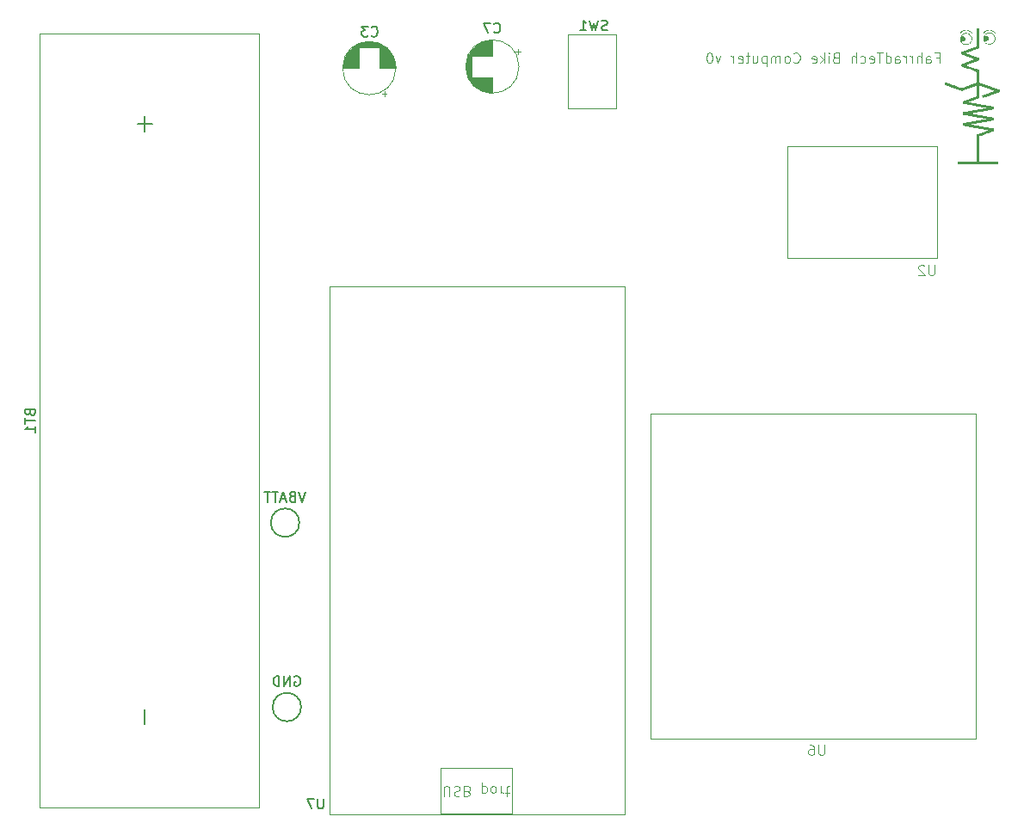
<source format=gbr>
%TF.GenerationSoftware,KiCad,Pcbnew,8.0.8*%
%TF.CreationDate,2025-04-04T13:43:43-04:00*%
%TF.ProjectId,bike_computer,62696b65-5f63-46f6-9d70-757465722e6b,0*%
%TF.SameCoordinates,Original*%
%TF.FileFunction,Legend,Bot*%
%TF.FilePolarity,Positive*%
%FSLAX46Y46*%
G04 Gerber Fmt 4.6, Leading zero omitted, Abs format (unit mm)*
G04 Created by KiCad (PCBNEW 8.0.8) date 2025-04-04 13:43:43*
%MOMM*%
%LPD*%
G01*
G04 APERTURE LIST*
%ADD10C,0.100000*%
%ADD11C,0.150000*%
%ADD12C,0.120000*%
%ADD13C,0.000000*%
G04 APERTURE END LIST*
D10*
X167331782Y-49328609D02*
X167665115Y-49328609D01*
X167665115Y-49852419D02*
X167665115Y-48852419D01*
X167665115Y-48852419D02*
X167188925Y-48852419D01*
X166379401Y-49852419D02*
X166379401Y-49328609D01*
X166379401Y-49328609D02*
X166427020Y-49233371D01*
X166427020Y-49233371D02*
X166522258Y-49185752D01*
X166522258Y-49185752D02*
X166712734Y-49185752D01*
X166712734Y-49185752D02*
X166807972Y-49233371D01*
X166379401Y-49804800D02*
X166474639Y-49852419D01*
X166474639Y-49852419D02*
X166712734Y-49852419D01*
X166712734Y-49852419D02*
X166807972Y-49804800D01*
X166807972Y-49804800D02*
X166855591Y-49709561D01*
X166855591Y-49709561D02*
X166855591Y-49614323D01*
X166855591Y-49614323D02*
X166807972Y-49519085D01*
X166807972Y-49519085D02*
X166712734Y-49471466D01*
X166712734Y-49471466D02*
X166474639Y-49471466D01*
X166474639Y-49471466D02*
X166379401Y-49423847D01*
X165903210Y-49852419D02*
X165903210Y-48852419D01*
X165474639Y-49852419D02*
X165474639Y-49328609D01*
X165474639Y-49328609D02*
X165522258Y-49233371D01*
X165522258Y-49233371D02*
X165617496Y-49185752D01*
X165617496Y-49185752D02*
X165760353Y-49185752D01*
X165760353Y-49185752D02*
X165855591Y-49233371D01*
X165855591Y-49233371D02*
X165903210Y-49280990D01*
X164998448Y-49852419D02*
X164998448Y-49185752D01*
X164998448Y-49376228D02*
X164950829Y-49280990D01*
X164950829Y-49280990D02*
X164903210Y-49233371D01*
X164903210Y-49233371D02*
X164807972Y-49185752D01*
X164807972Y-49185752D02*
X164712734Y-49185752D01*
X164379400Y-49852419D02*
X164379400Y-49185752D01*
X164379400Y-49376228D02*
X164331781Y-49280990D01*
X164331781Y-49280990D02*
X164284162Y-49233371D01*
X164284162Y-49233371D02*
X164188924Y-49185752D01*
X164188924Y-49185752D02*
X164093686Y-49185752D01*
X163331781Y-49852419D02*
X163331781Y-49328609D01*
X163331781Y-49328609D02*
X163379400Y-49233371D01*
X163379400Y-49233371D02*
X163474638Y-49185752D01*
X163474638Y-49185752D02*
X163665114Y-49185752D01*
X163665114Y-49185752D02*
X163760352Y-49233371D01*
X163331781Y-49804800D02*
X163427019Y-49852419D01*
X163427019Y-49852419D02*
X163665114Y-49852419D01*
X163665114Y-49852419D02*
X163760352Y-49804800D01*
X163760352Y-49804800D02*
X163807971Y-49709561D01*
X163807971Y-49709561D02*
X163807971Y-49614323D01*
X163807971Y-49614323D02*
X163760352Y-49519085D01*
X163760352Y-49519085D02*
X163665114Y-49471466D01*
X163665114Y-49471466D02*
X163427019Y-49471466D01*
X163427019Y-49471466D02*
X163331781Y-49423847D01*
X162427019Y-49852419D02*
X162427019Y-48852419D01*
X162427019Y-49804800D02*
X162522257Y-49852419D01*
X162522257Y-49852419D02*
X162712733Y-49852419D01*
X162712733Y-49852419D02*
X162807971Y-49804800D01*
X162807971Y-49804800D02*
X162855590Y-49757180D01*
X162855590Y-49757180D02*
X162903209Y-49661942D01*
X162903209Y-49661942D02*
X162903209Y-49376228D01*
X162903209Y-49376228D02*
X162855590Y-49280990D01*
X162855590Y-49280990D02*
X162807971Y-49233371D01*
X162807971Y-49233371D02*
X162712733Y-49185752D01*
X162712733Y-49185752D02*
X162522257Y-49185752D01*
X162522257Y-49185752D02*
X162427019Y-49233371D01*
X162093685Y-48852419D02*
X161522257Y-48852419D01*
X161807971Y-49852419D02*
X161807971Y-48852419D01*
X160807971Y-49804800D02*
X160903209Y-49852419D01*
X160903209Y-49852419D02*
X161093685Y-49852419D01*
X161093685Y-49852419D02*
X161188923Y-49804800D01*
X161188923Y-49804800D02*
X161236542Y-49709561D01*
X161236542Y-49709561D02*
X161236542Y-49328609D01*
X161236542Y-49328609D02*
X161188923Y-49233371D01*
X161188923Y-49233371D02*
X161093685Y-49185752D01*
X161093685Y-49185752D02*
X160903209Y-49185752D01*
X160903209Y-49185752D02*
X160807971Y-49233371D01*
X160807971Y-49233371D02*
X160760352Y-49328609D01*
X160760352Y-49328609D02*
X160760352Y-49423847D01*
X160760352Y-49423847D02*
X161236542Y-49519085D01*
X159903209Y-49804800D02*
X159998447Y-49852419D01*
X159998447Y-49852419D02*
X160188923Y-49852419D01*
X160188923Y-49852419D02*
X160284161Y-49804800D01*
X160284161Y-49804800D02*
X160331780Y-49757180D01*
X160331780Y-49757180D02*
X160379399Y-49661942D01*
X160379399Y-49661942D02*
X160379399Y-49376228D01*
X160379399Y-49376228D02*
X160331780Y-49280990D01*
X160331780Y-49280990D02*
X160284161Y-49233371D01*
X160284161Y-49233371D02*
X160188923Y-49185752D01*
X160188923Y-49185752D02*
X159998447Y-49185752D01*
X159998447Y-49185752D02*
X159903209Y-49233371D01*
X159474637Y-49852419D02*
X159474637Y-48852419D01*
X159046066Y-49852419D02*
X159046066Y-49328609D01*
X159046066Y-49328609D02*
X159093685Y-49233371D01*
X159093685Y-49233371D02*
X159188923Y-49185752D01*
X159188923Y-49185752D02*
X159331780Y-49185752D01*
X159331780Y-49185752D02*
X159427018Y-49233371D01*
X159427018Y-49233371D02*
X159474637Y-49280990D01*
X157474637Y-49328609D02*
X157331780Y-49376228D01*
X157331780Y-49376228D02*
X157284161Y-49423847D01*
X157284161Y-49423847D02*
X157236542Y-49519085D01*
X157236542Y-49519085D02*
X157236542Y-49661942D01*
X157236542Y-49661942D02*
X157284161Y-49757180D01*
X157284161Y-49757180D02*
X157331780Y-49804800D01*
X157331780Y-49804800D02*
X157427018Y-49852419D01*
X157427018Y-49852419D02*
X157807970Y-49852419D01*
X157807970Y-49852419D02*
X157807970Y-48852419D01*
X157807970Y-48852419D02*
X157474637Y-48852419D01*
X157474637Y-48852419D02*
X157379399Y-48900038D01*
X157379399Y-48900038D02*
X157331780Y-48947657D01*
X157331780Y-48947657D02*
X157284161Y-49042895D01*
X157284161Y-49042895D02*
X157284161Y-49138133D01*
X157284161Y-49138133D02*
X157331780Y-49233371D01*
X157331780Y-49233371D02*
X157379399Y-49280990D01*
X157379399Y-49280990D02*
X157474637Y-49328609D01*
X157474637Y-49328609D02*
X157807970Y-49328609D01*
X156807970Y-49852419D02*
X156807970Y-49185752D01*
X156807970Y-48852419D02*
X156855589Y-48900038D01*
X156855589Y-48900038D02*
X156807970Y-48947657D01*
X156807970Y-48947657D02*
X156760351Y-48900038D01*
X156760351Y-48900038D02*
X156807970Y-48852419D01*
X156807970Y-48852419D02*
X156807970Y-48947657D01*
X156331780Y-49852419D02*
X156331780Y-48852419D01*
X156236542Y-49471466D02*
X155950828Y-49852419D01*
X155950828Y-49185752D02*
X156331780Y-49566704D01*
X155141304Y-49804800D02*
X155236542Y-49852419D01*
X155236542Y-49852419D02*
X155427018Y-49852419D01*
X155427018Y-49852419D02*
X155522256Y-49804800D01*
X155522256Y-49804800D02*
X155569875Y-49709561D01*
X155569875Y-49709561D02*
X155569875Y-49328609D01*
X155569875Y-49328609D02*
X155522256Y-49233371D01*
X155522256Y-49233371D02*
X155427018Y-49185752D01*
X155427018Y-49185752D02*
X155236542Y-49185752D01*
X155236542Y-49185752D02*
X155141304Y-49233371D01*
X155141304Y-49233371D02*
X155093685Y-49328609D01*
X155093685Y-49328609D02*
X155093685Y-49423847D01*
X155093685Y-49423847D02*
X155569875Y-49519085D01*
X153331780Y-49757180D02*
X153379399Y-49804800D01*
X153379399Y-49804800D02*
X153522256Y-49852419D01*
X153522256Y-49852419D02*
X153617494Y-49852419D01*
X153617494Y-49852419D02*
X153760351Y-49804800D01*
X153760351Y-49804800D02*
X153855589Y-49709561D01*
X153855589Y-49709561D02*
X153903208Y-49614323D01*
X153903208Y-49614323D02*
X153950827Y-49423847D01*
X153950827Y-49423847D02*
X153950827Y-49280990D01*
X153950827Y-49280990D02*
X153903208Y-49090514D01*
X153903208Y-49090514D02*
X153855589Y-48995276D01*
X153855589Y-48995276D02*
X153760351Y-48900038D01*
X153760351Y-48900038D02*
X153617494Y-48852419D01*
X153617494Y-48852419D02*
X153522256Y-48852419D01*
X153522256Y-48852419D02*
X153379399Y-48900038D01*
X153379399Y-48900038D02*
X153331780Y-48947657D01*
X152760351Y-49852419D02*
X152855589Y-49804800D01*
X152855589Y-49804800D02*
X152903208Y-49757180D01*
X152903208Y-49757180D02*
X152950827Y-49661942D01*
X152950827Y-49661942D02*
X152950827Y-49376228D01*
X152950827Y-49376228D02*
X152903208Y-49280990D01*
X152903208Y-49280990D02*
X152855589Y-49233371D01*
X152855589Y-49233371D02*
X152760351Y-49185752D01*
X152760351Y-49185752D02*
X152617494Y-49185752D01*
X152617494Y-49185752D02*
X152522256Y-49233371D01*
X152522256Y-49233371D02*
X152474637Y-49280990D01*
X152474637Y-49280990D02*
X152427018Y-49376228D01*
X152427018Y-49376228D02*
X152427018Y-49661942D01*
X152427018Y-49661942D02*
X152474637Y-49757180D01*
X152474637Y-49757180D02*
X152522256Y-49804800D01*
X152522256Y-49804800D02*
X152617494Y-49852419D01*
X152617494Y-49852419D02*
X152760351Y-49852419D01*
X151998446Y-49852419D02*
X151998446Y-49185752D01*
X151998446Y-49280990D02*
X151950827Y-49233371D01*
X151950827Y-49233371D02*
X151855589Y-49185752D01*
X151855589Y-49185752D02*
X151712732Y-49185752D01*
X151712732Y-49185752D02*
X151617494Y-49233371D01*
X151617494Y-49233371D02*
X151569875Y-49328609D01*
X151569875Y-49328609D02*
X151569875Y-49852419D01*
X151569875Y-49328609D02*
X151522256Y-49233371D01*
X151522256Y-49233371D02*
X151427018Y-49185752D01*
X151427018Y-49185752D02*
X151284161Y-49185752D01*
X151284161Y-49185752D02*
X151188922Y-49233371D01*
X151188922Y-49233371D02*
X151141303Y-49328609D01*
X151141303Y-49328609D02*
X151141303Y-49852419D01*
X150665113Y-49185752D02*
X150665113Y-50185752D01*
X150665113Y-49233371D02*
X150569875Y-49185752D01*
X150569875Y-49185752D02*
X150379399Y-49185752D01*
X150379399Y-49185752D02*
X150284161Y-49233371D01*
X150284161Y-49233371D02*
X150236542Y-49280990D01*
X150236542Y-49280990D02*
X150188923Y-49376228D01*
X150188923Y-49376228D02*
X150188923Y-49661942D01*
X150188923Y-49661942D02*
X150236542Y-49757180D01*
X150236542Y-49757180D02*
X150284161Y-49804800D01*
X150284161Y-49804800D02*
X150379399Y-49852419D01*
X150379399Y-49852419D02*
X150569875Y-49852419D01*
X150569875Y-49852419D02*
X150665113Y-49804800D01*
X149331780Y-49185752D02*
X149331780Y-49852419D01*
X149760351Y-49185752D02*
X149760351Y-49709561D01*
X149760351Y-49709561D02*
X149712732Y-49804800D01*
X149712732Y-49804800D02*
X149617494Y-49852419D01*
X149617494Y-49852419D02*
X149474637Y-49852419D01*
X149474637Y-49852419D02*
X149379399Y-49804800D01*
X149379399Y-49804800D02*
X149331780Y-49757180D01*
X148998446Y-49185752D02*
X148617494Y-49185752D01*
X148855589Y-48852419D02*
X148855589Y-49709561D01*
X148855589Y-49709561D02*
X148807970Y-49804800D01*
X148807970Y-49804800D02*
X148712732Y-49852419D01*
X148712732Y-49852419D02*
X148617494Y-49852419D01*
X147903208Y-49804800D02*
X147998446Y-49852419D01*
X147998446Y-49852419D02*
X148188922Y-49852419D01*
X148188922Y-49852419D02*
X148284160Y-49804800D01*
X148284160Y-49804800D02*
X148331779Y-49709561D01*
X148331779Y-49709561D02*
X148331779Y-49328609D01*
X148331779Y-49328609D02*
X148284160Y-49233371D01*
X148284160Y-49233371D02*
X148188922Y-49185752D01*
X148188922Y-49185752D02*
X147998446Y-49185752D01*
X147998446Y-49185752D02*
X147903208Y-49233371D01*
X147903208Y-49233371D02*
X147855589Y-49328609D01*
X147855589Y-49328609D02*
X147855589Y-49423847D01*
X147855589Y-49423847D02*
X148331779Y-49519085D01*
X147427017Y-49852419D02*
X147427017Y-49185752D01*
X147427017Y-49376228D02*
X147379398Y-49280990D01*
X147379398Y-49280990D02*
X147331779Y-49233371D01*
X147331779Y-49233371D02*
X147236541Y-49185752D01*
X147236541Y-49185752D02*
X147141303Y-49185752D01*
X146141302Y-49185752D02*
X145903207Y-49852419D01*
X145903207Y-49852419D02*
X145665112Y-49185752D01*
X145093683Y-48852419D02*
X144998445Y-48852419D01*
X144998445Y-48852419D02*
X144903207Y-48900038D01*
X144903207Y-48900038D02*
X144855588Y-48947657D01*
X144855588Y-48947657D02*
X144807969Y-49042895D01*
X144807969Y-49042895D02*
X144760350Y-49233371D01*
X144760350Y-49233371D02*
X144760350Y-49471466D01*
X144760350Y-49471466D02*
X144807969Y-49661942D01*
X144807969Y-49661942D02*
X144855588Y-49757180D01*
X144855588Y-49757180D02*
X144903207Y-49804800D01*
X144903207Y-49804800D02*
X144998445Y-49852419D01*
X144998445Y-49852419D02*
X145093683Y-49852419D01*
X145093683Y-49852419D02*
X145188921Y-49804800D01*
X145188921Y-49804800D02*
X145236540Y-49757180D01*
X145236540Y-49757180D02*
X145284159Y-49661942D01*
X145284159Y-49661942D02*
X145331778Y-49471466D01*
X145331778Y-49471466D02*
X145331778Y-49233371D01*
X145331778Y-49233371D02*
X145284159Y-49042895D01*
X145284159Y-49042895D02*
X145236540Y-48947657D01*
X145236540Y-48947657D02*
X145188921Y-48900038D01*
X145188921Y-48900038D02*
X145093683Y-48852419D01*
D11*
X104236904Y-110279438D02*
X104332142Y-110231819D01*
X104332142Y-110231819D02*
X104474999Y-110231819D01*
X104474999Y-110231819D02*
X104617856Y-110279438D01*
X104617856Y-110279438D02*
X104713094Y-110374676D01*
X104713094Y-110374676D02*
X104760713Y-110469914D01*
X104760713Y-110469914D02*
X104808332Y-110660390D01*
X104808332Y-110660390D02*
X104808332Y-110803247D01*
X104808332Y-110803247D02*
X104760713Y-110993723D01*
X104760713Y-110993723D02*
X104713094Y-111088961D01*
X104713094Y-111088961D02*
X104617856Y-111184200D01*
X104617856Y-111184200D02*
X104474999Y-111231819D01*
X104474999Y-111231819D02*
X104379761Y-111231819D01*
X104379761Y-111231819D02*
X104236904Y-111184200D01*
X104236904Y-111184200D02*
X104189285Y-111136580D01*
X104189285Y-111136580D02*
X104189285Y-110803247D01*
X104189285Y-110803247D02*
X104379761Y-110803247D01*
X103760713Y-111231819D02*
X103760713Y-110231819D01*
X103760713Y-110231819D02*
X103189285Y-111231819D01*
X103189285Y-111231819D02*
X103189285Y-110231819D01*
X102713094Y-111231819D02*
X102713094Y-110231819D01*
X102713094Y-110231819D02*
X102474999Y-110231819D01*
X102474999Y-110231819D02*
X102332142Y-110279438D01*
X102332142Y-110279438D02*
X102236904Y-110374676D01*
X102236904Y-110374676D02*
X102189285Y-110469914D01*
X102189285Y-110469914D02*
X102141666Y-110660390D01*
X102141666Y-110660390D02*
X102141666Y-110803247D01*
X102141666Y-110803247D02*
X102189285Y-110993723D01*
X102189285Y-110993723D02*
X102236904Y-111088961D01*
X102236904Y-111088961D02*
X102332142Y-111184200D01*
X102332142Y-111184200D02*
X102474999Y-111231819D01*
X102474999Y-111231819D02*
X102713094Y-111231819D01*
X111796666Y-47169580D02*
X111844285Y-47217200D01*
X111844285Y-47217200D02*
X111987142Y-47264819D01*
X111987142Y-47264819D02*
X112082380Y-47264819D01*
X112082380Y-47264819D02*
X112225237Y-47217200D01*
X112225237Y-47217200D02*
X112320475Y-47121961D01*
X112320475Y-47121961D02*
X112368094Y-47026723D01*
X112368094Y-47026723D02*
X112415713Y-46836247D01*
X112415713Y-46836247D02*
X112415713Y-46693390D01*
X112415713Y-46693390D02*
X112368094Y-46502914D01*
X112368094Y-46502914D02*
X112320475Y-46407676D01*
X112320475Y-46407676D02*
X112225237Y-46312438D01*
X112225237Y-46312438D02*
X112082380Y-46264819D01*
X112082380Y-46264819D02*
X111987142Y-46264819D01*
X111987142Y-46264819D02*
X111844285Y-46312438D01*
X111844285Y-46312438D02*
X111796666Y-46360057D01*
X111463332Y-46264819D02*
X110844285Y-46264819D01*
X110844285Y-46264819D02*
X111177618Y-46645771D01*
X111177618Y-46645771D02*
X111034761Y-46645771D01*
X111034761Y-46645771D02*
X110939523Y-46693390D01*
X110939523Y-46693390D02*
X110891904Y-46741009D01*
X110891904Y-46741009D02*
X110844285Y-46836247D01*
X110844285Y-46836247D02*
X110844285Y-47074342D01*
X110844285Y-47074342D02*
X110891904Y-47169580D01*
X110891904Y-47169580D02*
X110939523Y-47217200D01*
X110939523Y-47217200D02*
X111034761Y-47264819D01*
X111034761Y-47264819D02*
X111320475Y-47264819D01*
X111320475Y-47264819D02*
X111415713Y-47217200D01*
X111415713Y-47217200D02*
X111463332Y-47169580D01*
X78201009Y-84284285D02*
X78248628Y-84427142D01*
X78248628Y-84427142D02*
X78296247Y-84474761D01*
X78296247Y-84474761D02*
X78391485Y-84522380D01*
X78391485Y-84522380D02*
X78534342Y-84522380D01*
X78534342Y-84522380D02*
X78629580Y-84474761D01*
X78629580Y-84474761D02*
X78677200Y-84427142D01*
X78677200Y-84427142D02*
X78724819Y-84331904D01*
X78724819Y-84331904D02*
X78724819Y-83950952D01*
X78724819Y-83950952D02*
X77724819Y-83950952D01*
X77724819Y-83950952D02*
X77724819Y-84284285D01*
X77724819Y-84284285D02*
X77772438Y-84379523D01*
X77772438Y-84379523D02*
X77820057Y-84427142D01*
X77820057Y-84427142D02*
X77915295Y-84474761D01*
X77915295Y-84474761D02*
X78010533Y-84474761D01*
X78010533Y-84474761D02*
X78105771Y-84427142D01*
X78105771Y-84427142D02*
X78153390Y-84379523D01*
X78153390Y-84379523D02*
X78201009Y-84284285D01*
X78201009Y-84284285D02*
X78201009Y-83950952D01*
X77724819Y-84808095D02*
X77724819Y-85379523D01*
X78724819Y-85093809D02*
X77724819Y-85093809D01*
X78724819Y-86236666D02*
X78724819Y-85665238D01*
X78724819Y-85950952D02*
X77724819Y-85950952D01*
X77724819Y-85950952D02*
X77867676Y-85855714D01*
X77867676Y-85855714D02*
X77962914Y-85760476D01*
X77962914Y-85760476D02*
X78010533Y-85665238D01*
X89494775Y-56576713D02*
X89494775Y-55125285D01*
X90220489Y-55850999D02*
X88769060Y-55850999D01*
X89433175Y-114970913D02*
X89433175Y-113519485D01*
X135023332Y-46617200D02*
X134880475Y-46664819D01*
X134880475Y-46664819D02*
X134642380Y-46664819D01*
X134642380Y-46664819D02*
X134547142Y-46617200D01*
X134547142Y-46617200D02*
X134499523Y-46569580D01*
X134499523Y-46569580D02*
X134451904Y-46474342D01*
X134451904Y-46474342D02*
X134451904Y-46379104D01*
X134451904Y-46379104D02*
X134499523Y-46283866D01*
X134499523Y-46283866D02*
X134547142Y-46236247D01*
X134547142Y-46236247D02*
X134642380Y-46188628D01*
X134642380Y-46188628D02*
X134832856Y-46141009D01*
X134832856Y-46141009D02*
X134928094Y-46093390D01*
X134928094Y-46093390D02*
X134975713Y-46045771D01*
X134975713Y-46045771D02*
X135023332Y-45950533D01*
X135023332Y-45950533D02*
X135023332Y-45855295D01*
X135023332Y-45855295D02*
X134975713Y-45760057D01*
X134975713Y-45760057D02*
X134928094Y-45712438D01*
X134928094Y-45712438D02*
X134832856Y-45664819D01*
X134832856Y-45664819D02*
X134594761Y-45664819D01*
X134594761Y-45664819D02*
X134451904Y-45712438D01*
X134118570Y-45664819D02*
X133880475Y-46664819D01*
X133880475Y-46664819D02*
X133689999Y-45950533D01*
X133689999Y-45950533D02*
X133499523Y-46664819D01*
X133499523Y-46664819D02*
X133261428Y-45664819D01*
X132356666Y-46664819D02*
X132928094Y-46664819D01*
X132642380Y-46664819D02*
X132642380Y-45664819D01*
X132642380Y-45664819D02*
X132737618Y-45807676D01*
X132737618Y-45807676D02*
X132832856Y-45902914D01*
X132832856Y-45902914D02*
X132928094Y-45950533D01*
X107071904Y-122284819D02*
X107071904Y-123094342D01*
X107071904Y-123094342D02*
X107024285Y-123189580D01*
X107024285Y-123189580D02*
X106976666Y-123237200D01*
X106976666Y-123237200D02*
X106881428Y-123284819D01*
X106881428Y-123284819D02*
X106690952Y-123284819D01*
X106690952Y-123284819D02*
X106595714Y-123237200D01*
X106595714Y-123237200D02*
X106548095Y-123189580D01*
X106548095Y-123189580D02*
X106500476Y-123094342D01*
X106500476Y-123094342D02*
X106500476Y-122284819D01*
X106119523Y-122284819D02*
X105452857Y-122284819D01*
X105452857Y-122284819D02*
X105881428Y-123284819D01*
D10*
X118913884Y-122058580D02*
X118913884Y-121249057D01*
X118913884Y-121249057D02*
X118961503Y-121153819D01*
X118961503Y-121153819D02*
X119009122Y-121106200D01*
X119009122Y-121106200D02*
X119104360Y-121058580D01*
X119104360Y-121058580D02*
X119294836Y-121058580D01*
X119294836Y-121058580D02*
X119390074Y-121106200D01*
X119390074Y-121106200D02*
X119437693Y-121153819D01*
X119437693Y-121153819D02*
X119485312Y-121249057D01*
X119485312Y-121249057D02*
X119485312Y-122058580D01*
X119913884Y-121106200D02*
X120056741Y-121058580D01*
X120056741Y-121058580D02*
X120294836Y-121058580D01*
X120294836Y-121058580D02*
X120390074Y-121106200D01*
X120390074Y-121106200D02*
X120437693Y-121153819D01*
X120437693Y-121153819D02*
X120485312Y-121249057D01*
X120485312Y-121249057D02*
X120485312Y-121344295D01*
X120485312Y-121344295D02*
X120437693Y-121439533D01*
X120437693Y-121439533D02*
X120390074Y-121487152D01*
X120390074Y-121487152D02*
X120294836Y-121534771D01*
X120294836Y-121534771D02*
X120104360Y-121582390D01*
X120104360Y-121582390D02*
X120009122Y-121630009D01*
X120009122Y-121630009D02*
X119961503Y-121677628D01*
X119961503Y-121677628D02*
X119913884Y-121772866D01*
X119913884Y-121772866D02*
X119913884Y-121868104D01*
X119913884Y-121868104D02*
X119961503Y-121963342D01*
X119961503Y-121963342D02*
X120009122Y-122010961D01*
X120009122Y-122010961D02*
X120104360Y-122058580D01*
X120104360Y-122058580D02*
X120342455Y-122058580D01*
X120342455Y-122058580D02*
X120485312Y-122010961D01*
X121247217Y-121582390D02*
X121390074Y-121534771D01*
X121390074Y-121534771D02*
X121437693Y-121487152D01*
X121437693Y-121487152D02*
X121485312Y-121391914D01*
X121485312Y-121391914D02*
X121485312Y-121249057D01*
X121485312Y-121249057D02*
X121437693Y-121153819D01*
X121437693Y-121153819D02*
X121390074Y-121106200D01*
X121390074Y-121106200D02*
X121294836Y-121058580D01*
X121294836Y-121058580D02*
X120913884Y-121058580D01*
X120913884Y-121058580D02*
X120913884Y-122058580D01*
X120913884Y-122058580D02*
X121247217Y-122058580D01*
X121247217Y-122058580D02*
X121342455Y-122010961D01*
X121342455Y-122010961D02*
X121390074Y-121963342D01*
X121390074Y-121963342D02*
X121437693Y-121868104D01*
X121437693Y-121868104D02*
X121437693Y-121772866D01*
X121437693Y-121772866D02*
X121390074Y-121677628D01*
X121390074Y-121677628D02*
X121342455Y-121630009D01*
X121342455Y-121630009D02*
X121247217Y-121582390D01*
X121247217Y-121582390D02*
X120913884Y-121582390D01*
X122675789Y-121725247D02*
X122675789Y-120725247D01*
X122675789Y-121677628D02*
X122771027Y-121725247D01*
X122771027Y-121725247D02*
X122961503Y-121725247D01*
X122961503Y-121725247D02*
X123056741Y-121677628D01*
X123056741Y-121677628D02*
X123104360Y-121630009D01*
X123104360Y-121630009D02*
X123151979Y-121534771D01*
X123151979Y-121534771D02*
X123151979Y-121249057D01*
X123151979Y-121249057D02*
X123104360Y-121153819D01*
X123104360Y-121153819D02*
X123056741Y-121106200D01*
X123056741Y-121106200D02*
X122961503Y-121058580D01*
X122961503Y-121058580D02*
X122771027Y-121058580D01*
X122771027Y-121058580D02*
X122675789Y-121106200D01*
X123723408Y-121058580D02*
X123628170Y-121106200D01*
X123628170Y-121106200D02*
X123580551Y-121153819D01*
X123580551Y-121153819D02*
X123532932Y-121249057D01*
X123532932Y-121249057D02*
X123532932Y-121534771D01*
X123532932Y-121534771D02*
X123580551Y-121630009D01*
X123580551Y-121630009D02*
X123628170Y-121677628D01*
X123628170Y-121677628D02*
X123723408Y-121725247D01*
X123723408Y-121725247D02*
X123866265Y-121725247D01*
X123866265Y-121725247D02*
X123961503Y-121677628D01*
X123961503Y-121677628D02*
X124009122Y-121630009D01*
X124009122Y-121630009D02*
X124056741Y-121534771D01*
X124056741Y-121534771D02*
X124056741Y-121249057D01*
X124056741Y-121249057D02*
X124009122Y-121153819D01*
X124009122Y-121153819D02*
X123961503Y-121106200D01*
X123961503Y-121106200D02*
X123866265Y-121058580D01*
X123866265Y-121058580D02*
X123723408Y-121058580D01*
X124485313Y-121058580D02*
X124485313Y-121725247D01*
X124485313Y-121534771D02*
X124532932Y-121630009D01*
X124532932Y-121630009D02*
X124580551Y-121677628D01*
X124580551Y-121677628D02*
X124675789Y-121725247D01*
X124675789Y-121725247D02*
X124771027Y-121725247D01*
X124961504Y-121725247D02*
X125342456Y-121725247D01*
X125104361Y-122058580D02*
X125104361Y-121201438D01*
X125104361Y-121201438D02*
X125151980Y-121106200D01*
X125151980Y-121106200D02*
X125247218Y-121058580D01*
X125247218Y-121058580D02*
X125342456Y-121058580D01*
X156361904Y-116997419D02*
X156361904Y-117806942D01*
X156361904Y-117806942D02*
X156314285Y-117902180D01*
X156314285Y-117902180D02*
X156266666Y-117949800D01*
X156266666Y-117949800D02*
X156171428Y-117997419D01*
X156171428Y-117997419D02*
X155980952Y-117997419D01*
X155980952Y-117997419D02*
X155885714Y-117949800D01*
X155885714Y-117949800D02*
X155838095Y-117902180D01*
X155838095Y-117902180D02*
X155790476Y-117806942D01*
X155790476Y-117806942D02*
X155790476Y-116997419D01*
X154885714Y-116997419D02*
X155076190Y-116997419D01*
X155076190Y-116997419D02*
X155171428Y-117045038D01*
X155171428Y-117045038D02*
X155219047Y-117092657D01*
X155219047Y-117092657D02*
X155314285Y-117235514D01*
X155314285Y-117235514D02*
X155361904Y-117425990D01*
X155361904Y-117425990D02*
X155361904Y-117806942D01*
X155361904Y-117806942D02*
X155314285Y-117902180D01*
X155314285Y-117902180D02*
X155266666Y-117949800D01*
X155266666Y-117949800D02*
X155171428Y-117997419D01*
X155171428Y-117997419D02*
X154980952Y-117997419D01*
X154980952Y-117997419D02*
X154885714Y-117949800D01*
X154885714Y-117949800D02*
X154838095Y-117902180D01*
X154838095Y-117902180D02*
X154790476Y-117806942D01*
X154790476Y-117806942D02*
X154790476Y-117568847D01*
X154790476Y-117568847D02*
X154838095Y-117473609D01*
X154838095Y-117473609D02*
X154885714Y-117425990D01*
X154885714Y-117425990D02*
X154980952Y-117378371D01*
X154980952Y-117378371D02*
X155171428Y-117378371D01*
X155171428Y-117378371D02*
X155266666Y-117425990D01*
X155266666Y-117425990D02*
X155314285Y-117473609D01*
X155314285Y-117473609D02*
X155361904Y-117568847D01*
X167194904Y-69756419D02*
X167194904Y-70565942D01*
X167194904Y-70565942D02*
X167147285Y-70661180D01*
X167147285Y-70661180D02*
X167099666Y-70708800D01*
X167099666Y-70708800D02*
X167004428Y-70756419D01*
X167004428Y-70756419D02*
X166813952Y-70756419D01*
X166813952Y-70756419D02*
X166718714Y-70708800D01*
X166718714Y-70708800D02*
X166671095Y-70661180D01*
X166671095Y-70661180D02*
X166623476Y-70565942D01*
X166623476Y-70565942D02*
X166623476Y-69756419D01*
X166194904Y-69851657D02*
X166147285Y-69804038D01*
X166147285Y-69804038D02*
X166052047Y-69756419D01*
X166052047Y-69756419D02*
X165813952Y-69756419D01*
X165813952Y-69756419D02*
X165718714Y-69804038D01*
X165718714Y-69804038D02*
X165671095Y-69851657D01*
X165671095Y-69851657D02*
X165623476Y-69946895D01*
X165623476Y-69946895D02*
X165623476Y-70042133D01*
X165623476Y-70042133D02*
X165671095Y-70184990D01*
X165671095Y-70184990D02*
X166242523Y-70756419D01*
X166242523Y-70756419D02*
X165623476Y-70756419D01*
D11*
X105323809Y-92074819D02*
X104990476Y-93074819D01*
X104990476Y-93074819D02*
X104657143Y-92074819D01*
X103990476Y-92551009D02*
X103847619Y-92598628D01*
X103847619Y-92598628D02*
X103800000Y-92646247D01*
X103800000Y-92646247D02*
X103752381Y-92741485D01*
X103752381Y-92741485D02*
X103752381Y-92884342D01*
X103752381Y-92884342D02*
X103800000Y-92979580D01*
X103800000Y-92979580D02*
X103847619Y-93027200D01*
X103847619Y-93027200D02*
X103942857Y-93074819D01*
X103942857Y-93074819D02*
X104323809Y-93074819D01*
X104323809Y-93074819D02*
X104323809Y-92074819D01*
X104323809Y-92074819D02*
X103990476Y-92074819D01*
X103990476Y-92074819D02*
X103895238Y-92122438D01*
X103895238Y-92122438D02*
X103847619Y-92170057D01*
X103847619Y-92170057D02*
X103800000Y-92265295D01*
X103800000Y-92265295D02*
X103800000Y-92360533D01*
X103800000Y-92360533D02*
X103847619Y-92455771D01*
X103847619Y-92455771D02*
X103895238Y-92503390D01*
X103895238Y-92503390D02*
X103990476Y-92551009D01*
X103990476Y-92551009D02*
X104323809Y-92551009D01*
X103371428Y-92789104D02*
X102895238Y-92789104D01*
X103466666Y-93074819D02*
X103133333Y-92074819D01*
X103133333Y-92074819D02*
X102800000Y-93074819D01*
X102609523Y-92074819D02*
X102038095Y-92074819D01*
X102323809Y-93074819D02*
X102323809Y-92074819D01*
X101847618Y-92074819D02*
X101276190Y-92074819D01*
X101561904Y-93074819D02*
X101561904Y-92074819D01*
X123856666Y-46819580D02*
X123904285Y-46867200D01*
X123904285Y-46867200D02*
X124047142Y-46914819D01*
X124047142Y-46914819D02*
X124142380Y-46914819D01*
X124142380Y-46914819D02*
X124285237Y-46867200D01*
X124285237Y-46867200D02*
X124380475Y-46771961D01*
X124380475Y-46771961D02*
X124428094Y-46676723D01*
X124428094Y-46676723D02*
X124475713Y-46486247D01*
X124475713Y-46486247D02*
X124475713Y-46343390D01*
X124475713Y-46343390D02*
X124428094Y-46152914D01*
X124428094Y-46152914D02*
X124380475Y-46057676D01*
X124380475Y-46057676D02*
X124285237Y-45962438D01*
X124285237Y-45962438D02*
X124142380Y-45914819D01*
X124142380Y-45914819D02*
X124047142Y-45914819D01*
X124047142Y-45914819D02*
X123904285Y-45962438D01*
X123904285Y-45962438D02*
X123856666Y-46010057D01*
X123523332Y-45914819D02*
X122856666Y-45914819D01*
X122856666Y-45914819D02*
X123285237Y-46914819D01*
%TO.C,GND*%
X104875000Y-113277000D02*
G75*
G02*
X102075000Y-113277000I-1400000J0D01*
G01*
X102075000Y-113277000D02*
G75*
G02*
X104875000Y-113277000I1400000J0D01*
G01*
D12*
%TO.C,C3*%
X109000000Y-50325113D02*
X110540000Y-50325113D01*
X109000000Y-50365113D02*
X110540000Y-50365113D01*
X109001000Y-50285113D02*
X110540000Y-50285113D01*
X109002000Y-50245113D02*
X110540000Y-50245113D01*
X109004000Y-50205113D02*
X110540000Y-50205113D01*
X109007000Y-50165113D02*
X110540000Y-50165113D01*
X109011000Y-50125113D02*
X110540000Y-50125113D01*
X109015000Y-50085113D02*
X110540000Y-50085113D01*
X109019000Y-50045113D02*
X110540000Y-50045113D01*
X109024000Y-50005113D02*
X110540000Y-50005113D01*
X109030000Y-49965113D02*
X110540000Y-49965113D01*
X109037000Y-49925113D02*
X110540000Y-49925113D01*
X109044000Y-49885113D02*
X110540000Y-49885113D01*
X109052000Y-49845113D02*
X110540000Y-49845113D01*
X109060000Y-49805113D02*
X110540000Y-49805113D01*
X109069000Y-49765113D02*
X110540000Y-49765113D01*
X109079000Y-49725113D02*
X110540000Y-49725113D01*
X109089000Y-49685113D02*
X110540000Y-49685113D01*
X109100000Y-49644113D02*
X110540000Y-49644113D01*
X109112000Y-49604113D02*
X110540000Y-49604113D01*
X109125000Y-49564113D02*
X110540000Y-49564113D01*
X109138000Y-49524113D02*
X110540000Y-49524113D01*
X109152000Y-49484113D02*
X110540000Y-49484113D01*
X109166000Y-49444113D02*
X110540000Y-49444113D01*
X109182000Y-49404113D02*
X110540000Y-49404113D01*
X109198000Y-49364113D02*
X110540000Y-49364113D01*
X109215000Y-49324113D02*
X110540000Y-49324113D01*
X109232000Y-49284113D02*
X110540000Y-49284113D01*
X109251000Y-49244113D02*
X110540000Y-49244113D01*
X109270000Y-49204113D02*
X110540000Y-49204113D01*
X109290000Y-49164113D02*
X110540000Y-49164113D01*
X109312000Y-49124113D02*
X110540000Y-49124113D01*
X109333000Y-49084113D02*
X110540000Y-49084113D01*
X109356000Y-49044113D02*
X110540000Y-49044113D01*
X109380000Y-49004113D02*
X110540000Y-49004113D01*
X109405000Y-48964113D02*
X110540000Y-48964113D01*
X109431000Y-48924113D02*
X110540000Y-48924113D01*
X109458000Y-48884113D02*
X110540000Y-48884113D01*
X109485000Y-48844113D02*
X110540000Y-48844113D01*
X109515000Y-48804113D02*
X110540000Y-48804113D01*
X109545000Y-48764113D02*
X110540000Y-48764113D01*
X109576000Y-48724113D02*
X110540000Y-48724113D01*
X109609000Y-48684113D02*
X110540000Y-48684113D01*
X109643000Y-48644113D02*
X110540000Y-48644113D01*
X109679000Y-48604113D02*
X110540000Y-48604113D01*
X109716000Y-48564113D02*
X110540000Y-48564113D01*
X109754000Y-48524113D02*
X110540000Y-48524113D01*
X109795000Y-48484113D02*
X110540000Y-48484113D01*
X109837000Y-48444113D02*
X110540000Y-48444113D01*
X109881000Y-48404113D02*
X110540000Y-48404113D01*
X109927000Y-48364113D02*
X110540000Y-48364113D01*
X109975000Y-48324113D02*
X113185000Y-48324113D01*
X110026000Y-48284113D02*
X113134000Y-48284113D01*
X110080000Y-48244113D02*
X113080000Y-48244113D01*
X110137000Y-48204113D02*
X113023000Y-48204113D01*
X110197000Y-48164113D02*
X112963000Y-48164113D01*
X110261000Y-48124113D02*
X112899000Y-48124113D01*
X110329000Y-48084113D02*
X112831000Y-48084113D01*
X110402000Y-48044113D02*
X112758000Y-48044113D01*
X110482000Y-48004113D02*
X112678000Y-48004113D01*
X110569000Y-47964113D02*
X112591000Y-47964113D01*
X110665000Y-47924113D02*
X112495000Y-47924113D01*
X110775000Y-47884113D02*
X112385000Y-47884113D01*
X110903000Y-47844113D02*
X112257000Y-47844113D01*
X111062000Y-47804113D02*
X112098000Y-47804113D01*
X111296000Y-47764113D02*
X111864000Y-47764113D01*
X112620000Y-48364113D02*
X113233000Y-48364113D01*
X112620000Y-48404113D02*
X113279000Y-48404113D01*
X112620000Y-48444113D02*
X113323000Y-48444113D01*
X112620000Y-48484113D02*
X113365000Y-48484113D01*
X112620000Y-48524113D02*
X113406000Y-48524113D01*
X112620000Y-48564113D02*
X113444000Y-48564113D01*
X112620000Y-48604113D02*
X113481000Y-48604113D01*
X112620000Y-48644113D02*
X113517000Y-48644113D01*
X112620000Y-48684113D02*
X113551000Y-48684113D01*
X112620000Y-48724113D02*
X113584000Y-48724113D01*
X112620000Y-48764113D02*
X113615000Y-48764113D01*
X112620000Y-48804113D02*
X113645000Y-48804113D01*
X112620000Y-48844113D02*
X113675000Y-48844113D01*
X112620000Y-48884113D02*
X113702000Y-48884113D01*
X112620000Y-48924113D02*
X113729000Y-48924113D01*
X112620000Y-48964113D02*
X113755000Y-48964113D01*
X112620000Y-49004113D02*
X113780000Y-49004113D01*
X112620000Y-49044113D02*
X113804000Y-49044113D01*
X112620000Y-49084113D02*
X113827000Y-49084113D01*
X112620000Y-49124113D02*
X113848000Y-49124113D01*
X112620000Y-49164113D02*
X113870000Y-49164113D01*
X112620000Y-49204113D02*
X113890000Y-49204113D01*
X112620000Y-49244113D02*
X113909000Y-49244113D01*
X112620000Y-49284113D02*
X113928000Y-49284113D01*
X112620000Y-49324113D02*
X113945000Y-49324113D01*
X112620000Y-49364113D02*
X113962000Y-49364113D01*
X112620000Y-49404113D02*
X113978000Y-49404113D01*
X112620000Y-49444113D02*
X113994000Y-49444113D01*
X112620000Y-49484113D02*
X114008000Y-49484113D01*
X112620000Y-49524113D02*
X114022000Y-49524113D01*
X112620000Y-49564113D02*
X114035000Y-49564113D01*
X112620000Y-49604113D02*
X114048000Y-49604113D01*
X112620000Y-49644113D02*
X114060000Y-49644113D01*
X112620000Y-49685113D02*
X114071000Y-49685113D01*
X112620000Y-49725113D02*
X114081000Y-49725113D01*
X112620000Y-49765113D02*
X114091000Y-49765113D01*
X112620000Y-49805113D02*
X114100000Y-49805113D01*
X112620000Y-49845113D02*
X114108000Y-49845113D01*
X112620000Y-49885113D02*
X114116000Y-49885113D01*
X112620000Y-49925113D02*
X114123000Y-49925113D01*
X112620000Y-49965113D02*
X114130000Y-49965113D01*
X112620000Y-50005113D02*
X114136000Y-50005113D01*
X112620000Y-50045113D02*
X114141000Y-50045113D01*
X112620000Y-50085113D02*
X114145000Y-50085113D01*
X112620000Y-50125113D02*
X114149000Y-50125113D01*
X112620000Y-50165113D02*
X114153000Y-50165113D01*
X112620000Y-50205113D02*
X114156000Y-50205113D01*
X112620000Y-50245113D02*
X114158000Y-50245113D01*
X112620000Y-50285113D02*
X114159000Y-50285113D01*
X112620000Y-50325113D02*
X114160000Y-50325113D01*
X112620000Y-50365113D02*
X114160000Y-50365113D01*
X112805000Y-52919888D02*
X113305000Y-52919888D01*
X113055000Y-52669888D02*
X113055000Y-53169888D01*
X114200000Y-50365113D02*
G75*
G02*
X108960000Y-50365113I-2620000J0D01*
G01*
X108960000Y-50365113D02*
G75*
G02*
X114200000Y-50365113I2620000J0D01*
G01*
%TO.C,BT1*%
D10*
X79187000Y-46961000D02*
X100777000Y-46961000D01*
X100777000Y-123161000D01*
X79187000Y-123161000D01*
X79187000Y-46961000D01*
%TO.C,SW1*%
X131105000Y-54295000D02*
X135855000Y-54295000D01*
X135855000Y-47045000D01*
X131105000Y-47045000D01*
X131105000Y-54295000D01*
%TO.C,U7*%
X107690000Y-123866000D02*
X136690000Y-123866000D01*
X136690000Y-71866000D01*
X107690000Y-71866000D01*
X107690000Y-123866000D01*
X118610000Y-123766000D02*
X125610000Y-123766000D01*
X125610000Y-119266000D01*
X118610000Y-119266000D01*
X118610000Y-123766000D01*
D13*
%TO.C,G\u002A\u002A\u002A*%
G36*
X170367242Y-46594650D02*
G01*
X170456254Y-46605089D01*
X170543175Y-46625293D01*
X170626765Y-46655164D01*
X170705784Y-46694604D01*
X170778991Y-46743513D01*
X170845146Y-46801793D01*
X170903010Y-46869346D01*
X170910648Y-46880143D01*
X170925228Y-46902610D01*
X170939710Y-46926772D01*
X170952291Y-46949450D01*
X170961163Y-46967465D01*
X170964521Y-46977639D01*
X170959155Y-46979352D01*
X170943875Y-46980664D01*
X170922158Y-46981166D01*
X170879795Y-46981166D01*
X170860125Y-46946440D01*
X170845858Y-46923091D01*
X170799835Y-46864159D01*
X170743379Y-46810785D01*
X170678036Y-46763982D01*
X170605349Y-46724766D01*
X170526865Y-46694152D01*
X170444128Y-46673155D01*
X170406919Y-46668021D01*
X170353780Y-46664832D01*
X170296293Y-46664904D01*
X170238786Y-46668094D01*
X170185581Y-46674257D01*
X170141006Y-46683250D01*
X170095548Y-46697946D01*
X170040367Y-46721121D01*
X169985328Y-46749119D01*
X169934753Y-46779723D01*
X169892959Y-46810712D01*
X169884484Y-46818100D01*
X169855397Y-46846243D01*
X169826614Y-46877770D01*
X169800595Y-46909714D01*
X169779802Y-46939105D01*
X169766695Y-46962976D01*
X169765163Y-46966510D01*
X169760086Y-46974678D01*
X169752059Y-46979063D01*
X169737656Y-46980835D01*
X169713451Y-46981166D01*
X169667840Y-46981166D01*
X169685409Y-46946496D01*
X169686116Y-46945110D01*
X169710295Y-46904233D01*
X169741581Y-46860434D01*
X169776443Y-46818312D01*
X169811352Y-46782463D01*
X169858704Y-46742628D01*
X169934220Y-46692399D01*
X170015085Y-46652528D01*
X170100060Y-46622916D01*
X170187905Y-46603465D01*
X170277379Y-46594076D01*
X170367242Y-46594650D01*
G37*
G36*
X172649273Y-46594650D02*
G01*
X172738285Y-46605089D01*
X172825206Y-46625293D01*
X172908796Y-46655164D01*
X172987815Y-46694604D01*
X173061022Y-46743513D01*
X173127178Y-46801793D01*
X173185041Y-46869346D01*
X173192679Y-46880143D01*
X173207259Y-46902610D01*
X173221742Y-46926772D01*
X173234322Y-46949450D01*
X173243194Y-46967465D01*
X173246553Y-46977639D01*
X173241186Y-46979352D01*
X173225906Y-46980664D01*
X173204189Y-46981166D01*
X173161826Y-46981166D01*
X173142156Y-46946440D01*
X173127889Y-46923091D01*
X173081866Y-46864159D01*
X173025411Y-46810785D01*
X172960067Y-46763982D01*
X172887381Y-46724766D01*
X172808896Y-46694152D01*
X172726160Y-46673155D01*
X172688950Y-46668021D01*
X172635811Y-46664832D01*
X172578325Y-46664904D01*
X172520817Y-46668094D01*
X172467613Y-46674257D01*
X172423037Y-46683250D01*
X172377579Y-46697946D01*
X172322398Y-46721121D01*
X172267360Y-46749119D01*
X172216784Y-46779723D01*
X172174990Y-46810712D01*
X172166515Y-46818100D01*
X172137429Y-46846243D01*
X172108645Y-46877770D01*
X172082627Y-46909714D01*
X172061833Y-46939105D01*
X172048726Y-46962976D01*
X172047194Y-46966510D01*
X172042118Y-46974678D01*
X172034090Y-46979063D01*
X172019687Y-46980835D01*
X171995482Y-46981166D01*
X171949871Y-46981166D01*
X171967440Y-46946496D01*
X171968147Y-46945110D01*
X171992326Y-46904233D01*
X172023612Y-46860434D01*
X172058474Y-46818312D01*
X172093383Y-46782463D01*
X172140735Y-46742628D01*
X172216251Y-46692399D01*
X172297116Y-46652528D01*
X172382092Y-46622916D01*
X172469936Y-46603465D01*
X172559410Y-46594076D01*
X172649273Y-46594650D01*
G37*
G36*
X170904227Y-47510366D02*
G01*
X170901969Y-47561354D01*
X170896098Y-47604312D01*
X170874014Y-47683749D01*
X170839265Y-47763467D01*
X170793960Y-47836458D01*
X170738972Y-47901830D01*
X170675176Y-47958693D01*
X170603445Y-48006157D01*
X170524655Y-48043330D01*
X170439679Y-48069322D01*
X170419780Y-48072817D01*
X170379899Y-48076313D01*
X170333382Y-48077377D01*
X170284119Y-48076138D01*
X170235997Y-48072727D01*
X170192903Y-48067274D01*
X170158726Y-48059910D01*
X170103356Y-48040662D01*
X170025389Y-48001918D01*
X169952718Y-47951236D01*
X169885825Y-47888917D01*
X169846871Y-47842822D01*
X169800866Y-47771955D01*
X169766203Y-47696279D01*
X169742951Y-47617076D01*
X169731176Y-47535632D01*
X169730944Y-47453231D01*
X169742324Y-47371156D01*
X169765381Y-47290691D01*
X169766330Y-47288575D01*
X169840042Y-47288575D01*
X169841221Y-47288921D01*
X169850106Y-47284961D01*
X169864847Y-47276081D01*
X169908315Y-47254203D01*
X169958140Y-47241964D01*
X170009262Y-47240905D01*
X170059802Y-47250458D01*
X170107882Y-47270051D01*
X170151622Y-47299117D01*
X170189143Y-47337083D01*
X170218568Y-47383381D01*
X170226481Y-47399991D01*
X170233889Y-47418880D01*
X170238028Y-47437194D01*
X170239830Y-47459531D01*
X170240224Y-47490489D01*
X170240048Y-47513520D01*
X170238747Y-47537927D01*
X170235384Y-47556944D01*
X170229038Y-47575159D01*
X170218785Y-47597156D01*
X170214043Y-47606283D01*
X170181838Y-47652428D01*
X170140448Y-47691574D01*
X170092839Y-47720809D01*
X170086234Y-47723840D01*
X170066745Y-47731461D01*
X170047579Y-47735921D01*
X170024227Y-47738015D01*
X169992178Y-47738536D01*
X169982444Y-47738525D01*
X169958521Y-47738082D01*
X169939429Y-47736295D01*
X169921846Y-47732226D01*
X169902452Y-47724936D01*
X169877927Y-47713488D01*
X169844951Y-47696943D01*
X169842348Y-47698085D01*
X169845120Y-47708035D01*
X169853399Y-47725487D01*
X169866245Y-47748499D01*
X169882719Y-47775126D01*
X169895576Y-47794025D01*
X169947236Y-47855363D01*
X170007752Y-47907988D01*
X170075501Y-47950824D01*
X170148861Y-47982795D01*
X170226208Y-48002826D01*
X170260161Y-48007678D01*
X170343023Y-48010598D01*
X170423453Y-48000844D01*
X170500472Y-47978748D01*
X170573101Y-47944641D01*
X170640360Y-47898856D01*
X170701270Y-47841724D01*
X170741321Y-47791890D01*
X170782167Y-47723610D01*
X170812603Y-47650065D01*
X170831721Y-47573540D01*
X170838613Y-47496317D01*
X170838461Y-47481234D01*
X170830069Y-47403226D01*
X170809596Y-47326395D01*
X170777942Y-47252910D01*
X170736005Y-47184943D01*
X170684684Y-47124662D01*
X170622970Y-47071607D01*
X170554356Y-47029395D01*
X170480069Y-46999074D01*
X170400414Y-46980767D01*
X170315697Y-46974598D01*
X170310627Y-46974618D01*
X170228594Y-46981673D01*
X170150249Y-47001003D01*
X170076717Y-47032031D01*
X170009126Y-47074179D01*
X169948602Y-47126869D01*
X169896273Y-47189526D01*
X169881092Y-47212037D01*
X169865748Y-47236811D01*
X169852630Y-47259874D01*
X169843480Y-47278152D01*
X169840042Y-47288575D01*
X169766330Y-47288575D01*
X169800182Y-47213121D01*
X169846795Y-47139730D01*
X169888924Y-47089294D01*
X169951098Y-47032125D01*
X170020331Y-46984893D01*
X170095236Y-46948031D01*
X170174424Y-46921969D01*
X170256510Y-46907141D01*
X170340105Y-46903978D01*
X170423824Y-46912912D01*
X170506278Y-46934375D01*
X170559867Y-46955894D01*
X170634473Y-46997274D01*
X170702591Y-47048957D01*
X170762993Y-47109653D01*
X170814452Y-47178072D01*
X170855741Y-47252926D01*
X170885631Y-47332923D01*
X170891097Y-47355205D01*
X170898614Y-47402693D01*
X170903050Y-47455946D01*
X170903923Y-47496317D01*
X170904227Y-47510366D01*
G37*
G36*
X173186259Y-47470678D02*
G01*
X173184000Y-47521666D01*
X173178129Y-47564625D01*
X173156045Y-47644062D01*
X173121297Y-47723780D01*
X173075991Y-47796770D01*
X173021003Y-47862143D01*
X172957207Y-47919006D01*
X172885476Y-47966469D01*
X172806686Y-48003643D01*
X172721710Y-48029635D01*
X172701811Y-48033129D01*
X172661930Y-48036626D01*
X172615414Y-48037689D01*
X172566150Y-48036451D01*
X172518028Y-48033040D01*
X172474935Y-48027587D01*
X172440757Y-48020222D01*
X172385388Y-48000974D01*
X172307420Y-47962231D01*
X172234749Y-47911549D01*
X172167856Y-47849230D01*
X172128902Y-47803134D01*
X172082897Y-47732268D01*
X172048235Y-47656591D01*
X172024982Y-47577389D01*
X172013207Y-47495945D01*
X172012976Y-47413543D01*
X172024355Y-47331468D01*
X172047412Y-47251003D01*
X172048361Y-47248887D01*
X172122073Y-47248887D01*
X172123252Y-47249233D01*
X172132138Y-47245274D01*
X172146878Y-47236394D01*
X172190346Y-47214516D01*
X172240171Y-47202276D01*
X172291294Y-47201218D01*
X172341834Y-47210770D01*
X172389913Y-47230364D01*
X172433653Y-47259429D01*
X172471174Y-47297396D01*
X172500599Y-47343694D01*
X172508513Y-47360303D01*
X172515920Y-47379192D01*
X172520060Y-47397506D01*
X172521862Y-47419843D01*
X172522256Y-47450802D01*
X172522079Y-47473833D01*
X172520779Y-47498239D01*
X172517416Y-47517257D01*
X172511069Y-47535471D01*
X172500816Y-47557469D01*
X172496075Y-47566595D01*
X172463869Y-47612741D01*
X172422479Y-47651887D01*
X172374870Y-47681121D01*
X172368266Y-47684152D01*
X172348776Y-47691773D01*
X172329610Y-47696233D01*
X172306258Y-47698327D01*
X172274209Y-47698849D01*
X172264476Y-47698838D01*
X172240552Y-47698395D01*
X172221460Y-47696608D01*
X172203877Y-47692538D01*
X172184484Y-47685249D01*
X172159959Y-47673801D01*
X172126982Y-47657256D01*
X172124379Y-47658398D01*
X172127151Y-47668347D01*
X172135430Y-47685800D01*
X172148276Y-47708812D01*
X172164750Y-47735439D01*
X172177607Y-47754337D01*
X172229267Y-47815675D01*
X172289783Y-47868300D01*
X172357532Y-47911136D01*
X172430892Y-47943108D01*
X172508239Y-47963139D01*
X172542192Y-47967990D01*
X172625054Y-47970911D01*
X172705484Y-47961157D01*
X172782503Y-47939061D01*
X172855132Y-47904954D01*
X172922391Y-47859168D01*
X172983301Y-47802037D01*
X173023352Y-47752203D01*
X173064198Y-47683922D01*
X173094634Y-47610378D01*
X173113752Y-47533852D01*
X173120645Y-47456629D01*
X173120492Y-47441547D01*
X173112100Y-47363538D01*
X173091628Y-47286707D01*
X173059974Y-47213223D01*
X173018036Y-47145255D01*
X172966715Y-47084974D01*
X172905001Y-47031919D01*
X172836388Y-46989708D01*
X172762100Y-46959386D01*
X172682445Y-46941079D01*
X172597728Y-46934911D01*
X172592659Y-46934931D01*
X172510625Y-46941986D01*
X172432280Y-46961316D01*
X172358748Y-46992343D01*
X172291157Y-47034491D01*
X172230634Y-47087182D01*
X172178304Y-47149838D01*
X172163123Y-47172349D01*
X172147780Y-47197124D01*
X172134661Y-47220186D01*
X172125511Y-47238465D01*
X172122073Y-47248887D01*
X172048361Y-47248887D01*
X172082213Y-47173433D01*
X172128826Y-47100042D01*
X172170955Y-47049607D01*
X172233130Y-46992438D01*
X172302363Y-46945206D01*
X172377267Y-46908343D01*
X172456455Y-46882282D01*
X172538541Y-46867454D01*
X172622136Y-46864291D01*
X172705855Y-46873224D01*
X172788310Y-46894687D01*
X172841898Y-46916206D01*
X172916504Y-46957587D01*
X172984622Y-47009269D01*
X173045024Y-47069965D01*
X173096483Y-47138385D01*
X173137772Y-47213238D01*
X173167663Y-47293236D01*
X173173129Y-47315518D01*
X173180645Y-47363006D01*
X173185081Y-47416259D01*
X173185955Y-47456629D01*
X173186259Y-47470678D01*
G37*
G36*
X171612750Y-47417338D02*
G01*
X171612750Y-47428164D01*
X171612697Y-47574453D01*
X171612552Y-47708595D01*
X171612314Y-47830491D01*
X171611986Y-47940044D01*
X171611567Y-48037155D01*
X171611059Y-48121725D01*
X171610461Y-48193657D01*
X171609775Y-48252851D01*
X171609001Y-48299210D01*
X171608141Y-48332636D01*
X171607194Y-48353029D01*
X171606162Y-48360291D01*
X171605971Y-48360418D01*
X171601939Y-48369572D01*
X171601201Y-48385342D01*
X171602829Y-48406321D01*
X170940200Y-48647965D01*
X170851411Y-48680364D01*
X170765178Y-48711869D01*
X170683261Y-48741836D01*
X170606472Y-48769966D01*
X170535621Y-48795961D01*
X170471521Y-48819522D01*
X170414983Y-48840350D01*
X170366819Y-48858148D01*
X170327840Y-48872615D01*
X170298857Y-48883454D01*
X170280683Y-48890366D01*
X170274129Y-48893052D01*
X170278042Y-48894863D01*
X170293313Y-48900885D01*
X170319171Y-48910753D01*
X170354608Y-48924098D01*
X170398616Y-48940551D01*
X170450189Y-48959741D01*
X170508319Y-48981298D01*
X170571998Y-49004853D01*
X170640219Y-49030037D01*
X170711974Y-49056478D01*
X170786256Y-49083807D01*
X170862058Y-49111655D01*
X170938371Y-49139652D01*
X171014188Y-49167427D01*
X171088502Y-49194612D01*
X171160306Y-49220835D01*
X171228592Y-49245728D01*
X171292352Y-49268920D01*
X171350578Y-49290042D01*
X171402265Y-49308724D01*
X171446403Y-49324596D01*
X171481985Y-49337288D01*
X171508005Y-49346430D01*
X171523454Y-49351653D01*
X171528251Y-49353256D01*
X171549139Y-49361028D01*
X171571337Y-49370126D01*
X171579644Y-49373599D01*
X171596363Y-49379803D01*
X171606064Y-49382260D01*
X171608566Y-49387071D01*
X171610736Y-49402689D01*
X171612207Y-49426589D01*
X171612998Y-49456150D01*
X171613126Y-49488751D01*
X171612610Y-49521770D01*
X171611470Y-49552586D01*
X171609722Y-49578578D01*
X171607387Y-49597124D01*
X171604482Y-49605604D01*
X171596527Y-49609849D01*
X171578845Y-49616734D01*
X171556527Y-49623940D01*
X171546249Y-49627287D01*
X171524225Y-49634877D01*
X171492148Y-49646150D01*
X171451042Y-49660733D01*
X171401929Y-49678257D01*
X171345831Y-49698350D01*
X171283773Y-49720641D01*
X171216775Y-49744761D01*
X171145862Y-49770337D01*
X171072056Y-49797000D01*
X170996380Y-49824378D01*
X170919856Y-49852100D01*
X170843508Y-49879797D01*
X170768358Y-49907096D01*
X170695429Y-49933627D01*
X170625744Y-49959020D01*
X170560326Y-49982903D01*
X170500196Y-50004905D01*
X170446379Y-50024657D01*
X170399897Y-50041787D01*
X170361773Y-50055924D01*
X170333029Y-50066697D01*
X170314689Y-50073736D01*
X170307775Y-50076670D01*
X170312273Y-50079122D01*
X170328372Y-50085839D01*
X170355367Y-50096482D01*
X170392454Y-50110751D01*
X170438829Y-50128346D01*
X170493688Y-50148964D01*
X170556228Y-50172306D01*
X170625644Y-50198070D01*
X170701134Y-50225956D01*
X170781893Y-50255663D01*
X170867117Y-50286889D01*
X170956004Y-50319335D01*
X171609443Y-50557411D01*
X171611131Y-51166129D01*
X171612819Y-51774846D01*
X172590089Y-52130260D01*
X172651899Y-52152749D01*
X172759317Y-52191879D01*
X172862957Y-52229692D01*
X172962151Y-52265942D01*
X173056234Y-52300384D01*
X173144540Y-52332772D01*
X173226403Y-52362861D01*
X173301158Y-52390405D01*
X173368137Y-52415159D01*
X173426675Y-52436876D01*
X173476106Y-52455312D01*
X173515764Y-52470221D01*
X173544983Y-52481357D01*
X173563097Y-52488475D01*
X173569441Y-52491330D01*
X173569898Y-52492120D01*
X173578681Y-52498096D01*
X173594245Y-52504484D01*
X173597326Y-52505592D01*
X173611293Y-52513470D01*
X173616969Y-52521846D01*
X173615968Y-52533927D01*
X173612760Y-52556081D01*
X173607883Y-52584603D01*
X173601890Y-52616721D01*
X173595335Y-52649660D01*
X173588772Y-52680648D01*
X173582754Y-52706912D01*
X173577835Y-52725678D01*
X173574570Y-52734173D01*
X173570533Y-52736051D01*
X173554912Y-52742116D01*
X173528419Y-52751955D01*
X173491953Y-52765252D01*
X173446409Y-52781692D01*
X173392687Y-52800960D01*
X173331684Y-52822740D01*
X173264297Y-52846718D01*
X173191424Y-52872576D01*
X173113963Y-52900001D01*
X173032811Y-52928677D01*
X172948866Y-52958288D01*
X172863025Y-52988520D01*
X172776187Y-53019056D01*
X172689249Y-53049582D01*
X172603109Y-53079781D01*
X172518664Y-53109340D01*
X172436811Y-53137942D01*
X172358449Y-53165271D01*
X172284476Y-53191014D01*
X172215788Y-53214854D01*
X172153283Y-53236475D01*
X172097860Y-53255564D01*
X172050415Y-53271803D01*
X172011847Y-53284879D01*
X171983053Y-53294475D01*
X171964930Y-53300276D01*
X171958377Y-53301967D01*
X171956366Y-53298534D01*
X171950409Y-53284334D01*
X171941914Y-53261604D01*
X171931657Y-53232677D01*
X171920410Y-53199886D01*
X171908951Y-53165563D01*
X171898052Y-53132041D01*
X171888489Y-53101652D01*
X171881037Y-53076729D01*
X171876470Y-53059605D01*
X171875563Y-53052612D01*
X171877396Y-53051257D01*
X171889427Y-53045339D01*
X171907099Y-53038533D01*
X171936407Y-53028402D01*
X171992652Y-53008890D01*
X172055118Y-52987148D01*
X172122821Y-52963522D01*
X172194775Y-52938360D01*
X172269995Y-52912009D01*
X172347499Y-52884817D01*
X172426300Y-52857131D01*
X172505414Y-52829298D01*
X172583856Y-52801667D01*
X172660643Y-52774583D01*
X172734789Y-52748396D01*
X172805310Y-52723451D01*
X172871220Y-52700096D01*
X172931537Y-52678680D01*
X172985274Y-52659548D01*
X173031447Y-52643049D01*
X173069072Y-52629530D01*
X173097165Y-52619338D01*
X173114739Y-52612820D01*
X173120812Y-52610325D01*
X173117925Y-52609041D01*
X173103851Y-52603585D01*
X173078905Y-52594180D01*
X173044009Y-52581163D01*
X173000089Y-52564872D01*
X172948069Y-52545645D01*
X172888874Y-52523821D01*
X172823428Y-52499737D01*
X172752655Y-52473731D01*
X172677480Y-52446141D01*
X172598829Y-52417306D01*
X172517624Y-52387563D01*
X172434791Y-52357251D01*
X172351255Y-52326707D01*
X172267939Y-52296269D01*
X172185768Y-52266275D01*
X172105668Y-52237063D01*
X172028562Y-52208972D01*
X171955374Y-52182339D01*
X171887030Y-52157503D01*
X171824455Y-52134801D01*
X171768571Y-52114571D01*
X171720305Y-52097151D01*
X171680580Y-52082879D01*
X171650321Y-52072094D01*
X171630453Y-52065134D01*
X171621900Y-52062335D01*
X171621842Y-52062323D01*
X171620289Y-52063670D01*
X171618917Y-52068760D01*
X171617716Y-52078323D01*
X171616674Y-52093088D01*
X171615782Y-52113786D01*
X171615028Y-52141145D01*
X171614402Y-52175897D01*
X171613893Y-52218769D01*
X171613490Y-52270492D01*
X171613182Y-52331796D01*
X171612959Y-52403411D01*
X171612810Y-52486065D01*
X171612725Y-52580490D01*
X171612691Y-52687413D01*
X171612632Y-53314630D01*
X171067042Y-53513067D01*
X170995205Y-53539225D01*
X170917191Y-53567703D01*
X170843614Y-53594637D01*
X170775362Y-53619695D01*
X170713325Y-53642551D01*
X170658392Y-53662874D01*
X170611451Y-53680337D01*
X170573392Y-53694608D01*
X170545105Y-53705361D01*
X170527477Y-53712266D01*
X170521398Y-53714993D01*
X170525048Y-53716371D01*
X170540024Y-53719870D01*
X170564942Y-53724970D01*
X170598041Y-53731327D01*
X170637563Y-53738595D01*
X170681748Y-53746429D01*
X170705075Y-53750503D01*
X170757294Y-53759663D01*
X170817896Y-53770335D01*
X170883854Y-53781986D01*
X170952140Y-53794078D01*
X171019726Y-53806078D01*
X171083584Y-53817451D01*
X171133914Y-53826400D01*
X171190708Y-53836429D01*
X171244344Y-53845830D01*
X171292849Y-53854260D01*
X171334251Y-53861377D01*
X171366577Y-53866838D01*
X171387855Y-53870301D01*
X171418087Y-53875189D01*
X171457537Y-53881862D01*
X171499892Y-53889252D01*
X171539990Y-53896472D01*
X171569045Y-53901779D01*
X171615549Y-53910203D01*
X171670575Y-53920109D01*
X171733144Y-53931324D01*
X171802278Y-53943676D01*
X171876996Y-53956992D01*
X171956320Y-53971099D01*
X172039269Y-53985825D01*
X172124864Y-54000997D01*
X172212126Y-54016441D01*
X172300076Y-54031986D01*
X172387734Y-54047458D01*
X172474120Y-54062686D01*
X172558255Y-54077495D01*
X172639161Y-54091714D01*
X172715856Y-54105169D01*
X172787363Y-54117689D01*
X172852701Y-54129099D01*
X172910891Y-54139228D01*
X172960953Y-54147903D01*
X173001909Y-54154950D01*
X173032779Y-54160198D01*
X173052582Y-54163474D01*
X173060341Y-54164604D01*
X173060821Y-54164702D01*
X173063536Y-54170386D01*
X173065553Y-54185499D01*
X173066926Y-54210990D01*
X173067710Y-54247807D01*
X173067959Y-54296896D01*
X173067953Y-54305228D01*
X173067626Y-54352380D01*
X173066756Y-54387405D01*
X173065288Y-54411249D01*
X173063168Y-54424861D01*
X173060341Y-54429187D01*
X173058842Y-54429359D01*
X173046333Y-54431339D01*
X173022149Y-54435398D01*
X172987261Y-54441364D01*
X172942644Y-54449067D01*
X172889269Y-54458335D01*
X172828109Y-54468996D01*
X172760138Y-54480878D01*
X172686327Y-54493811D01*
X172607651Y-54507622D01*
X172525081Y-54522141D01*
X172439590Y-54537196D01*
X172352151Y-54552614D01*
X172263738Y-54568226D01*
X172175322Y-54583858D01*
X172087877Y-54599341D01*
X172002375Y-54614502D01*
X171919789Y-54629169D01*
X171841092Y-54643172D01*
X171767257Y-54656338D01*
X171699257Y-54668497D01*
X171638064Y-54679477D01*
X171584650Y-54689106D01*
X171539990Y-54697212D01*
X171538180Y-54697542D01*
X171500228Y-54704378D01*
X171462421Y-54711054D01*
X171429046Y-54716819D01*
X171404391Y-54720924D01*
X171403013Y-54721146D01*
X171384568Y-54724236D01*
X171355106Y-54729285D01*
X171316424Y-54735978D01*
X171270316Y-54743999D01*
X171218578Y-54753033D01*
X171163006Y-54762764D01*
X171105395Y-54772877D01*
X171047541Y-54783056D01*
X170991238Y-54792986D01*
X170938284Y-54802351D01*
X170890472Y-54810837D01*
X170849599Y-54818126D01*
X170817459Y-54823904D01*
X170795849Y-54827856D01*
X170749547Y-54836480D01*
X170795849Y-54844488D01*
X170811336Y-54847198D01*
X170838980Y-54852077D01*
X170876144Y-54858663D01*
X170921008Y-54866632D01*
X170971750Y-54875660D01*
X171026549Y-54885423D01*
X171083584Y-54895598D01*
X171133918Y-54904554D01*
X171190711Y-54914589D01*
X171244346Y-54923996D01*
X171292850Y-54932431D01*
X171334251Y-54939551D01*
X171366577Y-54945015D01*
X171387855Y-54948478D01*
X171418087Y-54953366D01*
X171457537Y-54960039D01*
X171499892Y-54967430D01*
X171539990Y-54974649D01*
X171569045Y-54979957D01*
X171615549Y-54988380D01*
X171670575Y-54998286D01*
X171733144Y-55009501D01*
X171802278Y-55021853D01*
X171876996Y-55035169D01*
X171956320Y-55049276D01*
X172039269Y-55064002D01*
X172124864Y-55079174D01*
X172212126Y-55094618D01*
X172300076Y-55110163D01*
X172387734Y-55125635D01*
X172474120Y-55140863D01*
X172558255Y-55155672D01*
X172639161Y-55169891D01*
X172715856Y-55183346D01*
X172787363Y-55195866D01*
X172852701Y-55207276D01*
X172910891Y-55217405D01*
X172960953Y-55226080D01*
X173001909Y-55233127D01*
X173032779Y-55238375D01*
X173052582Y-55241651D01*
X173060341Y-55242781D01*
X173060821Y-55242879D01*
X173063536Y-55248563D01*
X173065553Y-55263676D01*
X173066926Y-55289167D01*
X173067710Y-55325984D01*
X173067959Y-55375073D01*
X173067953Y-55383405D01*
X173067626Y-55430557D01*
X173066756Y-55465582D01*
X173065288Y-55489426D01*
X173063168Y-55503038D01*
X173060341Y-55507364D01*
X173058842Y-55507536D01*
X173046333Y-55509516D01*
X173022149Y-55513575D01*
X172987261Y-55519541D01*
X172942644Y-55527244D01*
X172889269Y-55536512D01*
X172828109Y-55547173D01*
X172760138Y-55559055D01*
X172686327Y-55571988D01*
X172607651Y-55585799D01*
X172525081Y-55600318D01*
X172439590Y-55615373D01*
X172352151Y-55630791D01*
X172263738Y-55646403D01*
X172175322Y-55662035D01*
X172087877Y-55677518D01*
X172002375Y-55692679D01*
X171919789Y-55707346D01*
X171841092Y-55721349D01*
X171767257Y-55734515D01*
X171699257Y-55746674D01*
X171638064Y-55757654D01*
X171584650Y-55767283D01*
X171539990Y-55775389D01*
X171538180Y-55775719D01*
X171500228Y-55782555D01*
X171462421Y-55789231D01*
X171429046Y-55794996D01*
X171404391Y-55799101D01*
X171403013Y-55799323D01*
X171384568Y-55802413D01*
X171355106Y-55807462D01*
X171316424Y-55814155D01*
X171270316Y-55822176D01*
X171218578Y-55831210D01*
X171163006Y-55840941D01*
X171105395Y-55851054D01*
X171047541Y-55861233D01*
X170991238Y-55871163D01*
X170938284Y-55880528D01*
X170890472Y-55889014D01*
X170849599Y-55896303D01*
X170817459Y-55902081D01*
X170795849Y-55906033D01*
X170749547Y-55914657D01*
X170795849Y-55922665D01*
X170811336Y-55925375D01*
X170838980Y-55930254D01*
X170876144Y-55936840D01*
X170921008Y-55944809D01*
X170971750Y-55953837D01*
X171026549Y-55963600D01*
X171083584Y-55973775D01*
X171133918Y-55982731D01*
X171190711Y-55992766D01*
X171244346Y-56002173D01*
X171292850Y-56010608D01*
X171334251Y-56017728D01*
X171366577Y-56023192D01*
X171387855Y-56026655D01*
X171418087Y-56031544D01*
X171457537Y-56038216D01*
X171499892Y-56045607D01*
X171539990Y-56052826D01*
X171569045Y-56058134D01*
X171615549Y-56066557D01*
X171670575Y-56076463D01*
X171733144Y-56087678D01*
X171802278Y-56100030D01*
X171876996Y-56113346D01*
X171956320Y-56127454D01*
X172039269Y-56142179D01*
X172124864Y-56157351D01*
X172212126Y-56172795D01*
X172300076Y-56188340D01*
X172387734Y-56203813D01*
X172474120Y-56219040D01*
X172558255Y-56233849D01*
X172639161Y-56248068D01*
X172715856Y-56261523D01*
X172787363Y-56274043D01*
X172852701Y-56285453D01*
X172910891Y-56295582D01*
X172960953Y-56304257D01*
X173001909Y-56311305D01*
X173032779Y-56316552D01*
X173052582Y-56319828D01*
X173060341Y-56320958D01*
X173060821Y-56321056D01*
X173063536Y-56326740D01*
X173065553Y-56341853D01*
X173066926Y-56367344D01*
X173067710Y-56404161D01*
X173067959Y-56453250D01*
X173067959Y-56585541D01*
X173025596Y-56585541D01*
X173022243Y-56585588D01*
X173014437Y-56586102D01*
X173005252Y-56587384D01*
X172993950Y-56589688D01*
X172979795Y-56593265D01*
X172962052Y-56598368D01*
X172939985Y-56605247D01*
X172912856Y-56614156D01*
X172879930Y-56625346D01*
X172840471Y-56639069D01*
X172793742Y-56655576D01*
X172739008Y-56675121D01*
X172675533Y-56697955D01*
X172602579Y-56724330D01*
X172519411Y-56754498D01*
X172425293Y-56788710D01*
X172319489Y-56827219D01*
X172233557Y-56858511D01*
X172146115Y-56890359D01*
X172062590Y-56920786D01*
X171983835Y-56949481D01*
X171910699Y-56976135D01*
X171844035Y-57000437D01*
X171784694Y-57022077D01*
X171733528Y-57040743D01*
X171691387Y-57056127D01*
X171659124Y-57067916D01*
X171637589Y-57075801D01*
X171627633Y-57079472D01*
X171599521Y-57090047D01*
X171599521Y-58345919D01*
X171599521Y-59601791D01*
X172528870Y-59601791D01*
X173458219Y-59601791D01*
X173458219Y-59734083D01*
X173458219Y-59866375D01*
X171473844Y-59866375D01*
X169489469Y-59866375D01*
X169489469Y-59734083D01*
X169489469Y-59601791D01*
X170415511Y-59601791D01*
X171341553Y-59601791D01*
X171341553Y-58263602D01*
X171341562Y-58130680D01*
X171341603Y-57978518D01*
X171341678Y-57838754D01*
X171341790Y-57710930D01*
X171341942Y-57594588D01*
X171342136Y-57489268D01*
X171342376Y-57394512D01*
X171342664Y-57309862D01*
X171343003Y-57234860D01*
X171343396Y-57169046D01*
X171343846Y-57111962D01*
X171344355Y-57063149D01*
X171344926Y-57022149D01*
X171345563Y-56988504D01*
X171346267Y-56961755D01*
X171347043Y-56941443D01*
X171347891Y-56927110D01*
X171348817Y-56918297D01*
X171349821Y-56914545D01*
X171350068Y-56914311D01*
X171358851Y-56909976D01*
X171379083Y-56901527D01*
X171409878Y-56889297D01*
X171450350Y-56873622D01*
X171499615Y-56854835D01*
X171556786Y-56833271D01*
X171620978Y-56809263D01*
X171691306Y-56783147D01*
X171766885Y-56755255D01*
X171846828Y-56725923D01*
X171930250Y-56695484D01*
X171944088Y-56690447D01*
X172026456Y-56660379D01*
X172104867Y-56631613D01*
X172178472Y-56604469D01*
X172246424Y-56579266D01*
X172307872Y-56556322D01*
X172361970Y-56535957D01*
X172407867Y-56518491D01*
X172444717Y-56504242D01*
X172471669Y-56493529D01*
X172487877Y-56486672D01*
X172492490Y-56483991D01*
X172484266Y-56481904D01*
X172465798Y-56478141D01*
X172442881Y-56474044D01*
X172436920Y-56473031D01*
X172416523Y-56469507D01*
X172385173Y-56464053D01*
X172344220Y-56456908D01*
X172295016Y-56448305D01*
X172238911Y-56438483D01*
X172177255Y-56427676D01*
X172111401Y-56416122D01*
X172042698Y-56404056D01*
X172022289Y-56400470D01*
X171949505Y-56387683D01*
X171877004Y-56374948D01*
X171806607Y-56362585D01*
X171740134Y-56350913D01*
X171679408Y-56340252D01*
X171626248Y-56330922D01*
X171582476Y-56323243D01*
X171549912Y-56317533D01*
X171536531Y-56315185D01*
X171486422Y-56306340D01*
X171428767Y-56296106D01*
X171367738Y-56285225D01*
X171307510Y-56274441D01*
X171252256Y-56264497D01*
X171209236Y-56256746D01*
X171130937Y-56242709D01*
X171048717Y-56228049D01*
X170963574Y-56212938D01*
X170876505Y-56197551D01*
X170788506Y-56182059D01*
X170700574Y-56166635D01*
X170613706Y-56151452D01*
X170528898Y-56136682D01*
X170447148Y-56122500D01*
X170369451Y-56109076D01*
X170296806Y-56096585D01*
X170230209Y-56085199D01*
X170170656Y-56075090D01*
X170119144Y-56066432D01*
X170076670Y-56059397D01*
X170044231Y-56054158D01*
X170022824Y-56050888D01*
X170013445Y-56049760D01*
X169992178Y-56049760D01*
X169992178Y-55914161D01*
X169992178Y-55778562D01*
X170013345Y-55778562D01*
X170013665Y-55778556D01*
X170024831Y-55777245D01*
X170048153Y-55773749D01*
X170082822Y-55768208D01*
X170128031Y-55760760D01*
X170182975Y-55751545D01*
X170246845Y-55740702D01*
X170318834Y-55728370D01*
X170398136Y-55714688D01*
X170483943Y-55699796D01*
X170575448Y-55683833D01*
X170671845Y-55666937D01*
X170772325Y-55649249D01*
X170876082Y-55630908D01*
X170982309Y-55612052D01*
X171090198Y-55592820D01*
X171108220Y-55589601D01*
X171212819Y-55570925D01*
X171306286Y-55554251D01*
X171390246Y-55539292D01*
X171466327Y-55525760D01*
X171536154Y-55513368D01*
X171601355Y-55501829D01*
X171663555Y-55490855D01*
X171724381Y-55480159D01*
X171785460Y-55469452D01*
X171848417Y-55458448D01*
X171914880Y-55446860D01*
X171986474Y-55434399D01*
X171987509Y-55434219D01*
X172049838Y-55423333D01*
X172108080Y-55413077D01*
X172160957Y-55403681D01*
X172207191Y-55395376D01*
X172245502Y-55388395D01*
X172274613Y-55382968D01*
X172293243Y-55379325D01*
X172300116Y-55377700D01*
X172300116Y-55372446D01*
X172300105Y-55372437D01*
X172293032Y-55370776D01*
X172274222Y-55367103D01*
X172244952Y-55361649D01*
X172206502Y-55354644D01*
X172160151Y-55346321D01*
X172107177Y-55336909D01*
X172048859Y-55326640D01*
X171986474Y-55315746D01*
X171974513Y-55313666D01*
X171903857Y-55301365D01*
X171838069Y-55289890D01*
X171775525Y-55278954D01*
X171714597Y-55268268D01*
X171653659Y-55257546D01*
X171591085Y-55246501D01*
X171525248Y-55234844D01*
X171454522Y-55222287D01*
X171377281Y-55208545D01*
X171291897Y-55193329D01*
X171196745Y-55176351D01*
X171090198Y-55157325D01*
X171082197Y-55155896D01*
X170974402Y-55136687D01*
X170868330Y-55117865D01*
X170764787Y-55099566D01*
X170664581Y-55081932D01*
X170568518Y-55065101D01*
X170477406Y-55049212D01*
X170392051Y-55034404D01*
X170313261Y-55020817D01*
X170241844Y-55008590D01*
X170178605Y-54997863D01*
X170124352Y-54988773D01*
X170079893Y-54981461D01*
X170046034Y-54976066D01*
X170023582Y-54972727D01*
X170013345Y-54971583D01*
X169992178Y-54971583D01*
X169992178Y-54835984D01*
X169992178Y-54700385D01*
X170013345Y-54700385D01*
X170013665Y-54700379D01*
X170024831Y-54699068D01*
X170048153Y-54695572D01*
X170082822Y-54690031D01*
X170128031Y-54682583D01*
X170182975Y-54673368D01*
X170246845Y-54662525D01*
X170318834Y-54650193D01*
X170398136Y-54636511D01*
X170483943Y-54621619D01*
X170575448Y-54605656D01*
X170671845Y-54588760D01*
X170772325Y-54571072D01*
X170876082Y-54552730D01*
X170982309Y-54533874D01*
X171090198Y-54514643D01*
X171108220Y-54511424D01*
X171212819Y-54492748D01*
X171306286Y-54476074D01*
X171390246Y-54461115D01*
X171466327Y-54447583D01*
X171536154Y-54435191D01*
X171601355Y-54423652D01*
X171663555Y-54412678D01*
X171724381Y-54401982D01*
X171785460Y-54391275D01*
X171848417Y-54380271D01*
X171914880Y-54368683D01*
X171986474Y-54356222D01*
X171987509Y-54356042D01*
X172049838Y-54345156D01*
X172108080Y-54334899D01*
X172160957Y-54325504D01*
X172207191Y-54317199D01*
X172245502Y-54310218D01*
X172274613Y-54304791D01*
X172293243Y-54301148D01*
X172300116Y-54299522D01*
X172300116Y-54294269D01*
X172300105Y-54294259D01*
X172293032Y-54292599D01*
X172274222Y-54288926D01*
X172244952Y-54283472D01*
X172206502Y-54276467D01*
X172160151Y-54268144D01*
X172107177Y-54258732D01*
X172048859Y-54248463D01*
X171986474Y-54237569D01*
X171974513Y-54235489D01*
X171903857Y-54223188D01*
X171838069Y-54211713D01*
X171775525Y-54200777D01*
X171714597Y-54190091D01*
X171653659Y-54179369D01*
X171591085Y-54168324D01*
X171525248Y-54156666D01*
X171454522Y-54144110D01*
X171377281Y-54130368D01*
X171291897Y-54115152D01*
X171196745Y-54098174D01*
X171090198Y-54079148D01*
X170991880Y-54061609D01*
X170838903Y-54034428D01*
X170698911Y-54009698D01*
X170571897Y-53987418D01*
X170457850Y-53967585D01*
X170356763Y-53950199D01*
X170268626Y-53935258D01*
X170193431Y-53922761D01*
X170131170Y-53912706D01*
X170081832Y-53905091D01*
X170045411Y-53899916D01*
X170021896Y-53897178D01*
X170011279Y-53896876D01*
X169992178Y-53901072D01*
X169992178Y-53764740D01*
X169992255Y-53732754D01*
X169992734Y-53691681D01*
X169993716Y-53661747D01*
X169995278Y-53641670D01*
X169997496Y-53630167D01*
X170000446Y-53625958D01*
X170000555Y-53625924D01*
X170008603Y-53623082D01*
X170028219Y-53616047D01*
X170058590Y-53605113D01*
X170098900Y-53590574D01*
X170148337Y-53572724D01*
X170206087Y-53551857D01*
X170271337Y-53528268D01*
X170343273Y-53502250D01*
X170421081Y-53474098D01*
X170503949Y-53444105D01*
X170591061Y-53412565D01*
X170681606Y-53379773D01*
X171354498Y-53136036D01*
X171354640Y-52608817D01*
X171354782Y-52081597D01*
X171329977Y-52090499D01*
X171325372Y-52092161D01*
X171307562Y-52098624D01*
X171279129Y-52108964D01*
X171241267Y-52122745D01*
X171195171Y-52139531D01*
X171142036Y-52158886D01*
X171083058Y-52180376D01*
X171019431Y-52203564D01*
X170952350Y-52228014D01*
X170883011Y-52253291D01*
X170812608Y-52278959D01*
X170742337Y-52304583D01*
X170673392Y-52329726D01*
X170606968Y-52353953D01*
X170544261Y-52376828D01*
X170486465Y-52397916D01*
X170434776Y-52416781D01*
X170390389Y-52432987D01*
X170354497Y-52446099D01*
X170328298Y-52455680D01*
X170312985Y-52461295D01*
X170295500Y-52467701D01*
X170264511Y-52478991D01*
X170225496Y-52493159D01*
X170180905Y-52509318D01*
X170133185Y-52526579D01*
X170084782Y-52544056D01*
X170040094Y-52560316D01*
X169998186Y-52575838D01*
X169961554Y-52589682D01*
X169931995Y-52601159D01*
X169911307Y-52609583D01*
X169901287Y-52614266D01*
X169899714Y-52615020D01*
X169896083Y-52615659D01*
X169890549Y-52615407D01*
X169882492Y-52614049D01*
X169871295Y-52611370D01*
X169856337Y-52607155D01*
X169837000Y-52601190D01*
X169812665Y-52593260D01*
X169782713Y-52583150D01*
X169746525Y-52570646D01*
X169703482Y-52555534D01*
X169652965Y-52537599D01*
X169594355Y-52516625D01*
X169527034Y-52492399D01*
X169450381Y-52464706D01*
X169363779Y-52433331D01*
X169266608Y-52398060D01*
X169158249Y-52358678D01*
X169038084Y-52314970D01*
X168979655Y-52293711D01*
X168879882Y-52257402D01*
X168783973Y-52222493D01*
X168692641Y-52189242D01*
X168606601Y-52157909D01*
X168526567Y-52128756D01*
X168453253Y-52102043D01*
X168387372Y-52078029D01*
X168329640Y-52056975D01*
X168280769Y-52039141D01*
X168241475Y-52024788D01*
X168212471Y-52014176D01*
X168194471Y-52007564D01*
X168188190Y-52005214D01*
X168189174Y-52000118D01*
X168194044Y-51984703D01*
X168202097Y-51961234D01*
X168212489Y-51931991D01*
X168224379Y-51899252D01*
X168236922Y-51865296D01*
X168249278Y-51832399D01*
X168260604Y-51802842D01*
X168270057Y-51778902D01*
X168276795Y-51762857D01*
X168279975Y-51756987D01*
X168280092Y-51757008D01*
X168287930Y-51759656D01*
X168307382Y-51766534D01*
X168337703Y-51777376D01*
X168378152Y-51791911D01*
X168427985Y-51809871D01*
X168486460Y-51830989D01*
X168552833Y-51854994D01*
X168626361Y-51881619D01*
X168706302Y-51910594D01*
X168791914Y-51941652D01*
X168882452Y-51974523D01*
X168977174Y-52008938D01*
X169075337Y-52044630D01*
X169084168Y-52047842D01*
X169182210Y-52083461D01*
X169276845Y-52117774D01*
X169367323Y-52150513D01*
X169452891Y-52181408D01*
X169532798Y-52210191D01*
X169606292Y-52236591D01*
X169672621Y-52260339D01*
X169731034Y-52281167D01*
X169780778Y-52298805D01*
X169821102Y-52312984D01*
X169851254Y-52323435D01*
X169870482Y-52329888D01*
X169878035Y-52332075D01*
X169880982Y-52331299D01*
X169895435Y-52326535D01*
X169921077Y-52317677D01*
X169957125Y-52305005D01*
X170002794Y-52288800D01*
X170057303Y-52269343D01*
X170119867Y-52246915D01*
X170189704Y-52221798D01*
X170266031Y-52194271D01*
X170348063Y-52164617D01*
X170435018Y-52133116D01*
X170526112Y-52100049D01*
X170620563Y-52065697D01*
X171351474Y-51799609D01*
X171351474Y-51268078D01*
X171351474Y-50736548D01*
X170638944Y-50476988D01*
X170601007Y-50463173D01*
X170508753Y-50429619D01*
X170420043Y-50397412D01*
X170335686Y-50366841D01*
X170256490Y-50338197D01*
X170183260Y-50311770D01*
X170116805Y-50287851D01*
X170057932Y-50266730D01*
X170007449Y-50248698D01*
X169966161Y-50234043D01*
X169934878Y-50223058D01*
X169914406Y-50216032D01*
X169905552Y-50213255D01*
X169892534Y-50209675D01*
X169869876Y-50201619D01*
X169845659Y-50191567D01*
X169806627Y-50174050D01*
X169808452Y-50078786D01*
X169810277Y-49983523D01*
X169866500Y-49961556D01*
X169869272Y-49960487D01*
X169886854Y-49953890D01*
X169915651Y-49943241D01*
X169954704Y-49928889D01*
X170003055Y-49911184D01*
X170059746Y-49890476D01*
X170123817Y-49867113D01*
X170194312Y-49841446D01*
X170270270Y-49813824D01*
X170350734Y-49784596D01*
X170434745Y-49754113D01*
X170521344Y-49722724D01*
X170552966Y-49711268D01*
X170637381Y-49680686D01*
X170718146Y-49651425D01*
X170794382Y-49623805D01*
X170865210Y-49598143D01*
X170929751Y-49574759D01*
X170987126Y-49553969D01*
X171036458Y-49536094D01*
X171076866Y-49521451D01*
X171107472Y-49510358D01*
X171127398Y-49503135D01*
X171135764Y-49500098D01*
X171145569Y-49495474D01*
X171148589Y-49491363D01*
X171146919Y-49490511D01*
X171134652Y-49485568D01*
X171111396Y-49476701D01*
X171078159Y-49464274D01*
X171035948Y-49448652D01*
X170985774Y-49430199D01*
X170928643Y-49409279D01*
X170865565Y-49386257D01*
X170797547Y-49361496D01*
X170725599Y-49335361D01*
X170650728Y-49308215D01*
X170573943Y-49280424D01*
X170496252Y-49252352D01*
X170418664Y-49224362D01*
X170342188Y-49196818D01*
X170267831Y-49170086D01*
X170196602Y-49144529D01*
X170129509Y-49120512D01*
X170067561Y-49098398D01*
X170011766Y-49078552D01*
X169963132Y-49061338D01*
X169922669Y-49047121D01*
X169891384Y-49036264D01*
X169870285Y-49029132D01*
X169860382Y-49026088D01*
X169845957Y-49022490D01*
X169826849Y-49016330D01*
X169815734Y-49010883D01*
X169812476Y-49005229D01*
X169809891Y-48992282D01*
X169808189Y-48970750D01*
X169807255Y-48939089D01*
X169806969Y-48895754D01*
X169806969Y-48787898D01*
X169841696Y-48774915D01*
X169845566Y-48773483D01*
X169862182Y-48767392D01*
X169889999Y-48757226D01*
X169928197Y-48743284D01*
X169975957Y-48725865D01*
X170032461Y-48705266D01*
X170096890Y-48681787D01*
X170168425Y-48655725D01*
X170246247Y-48627379D01*
X170329537Y-48597047D01*
X170417476Y-48565028D01*
X170509246Y-48531620D01*
X170604027Y-48497122D01*
X170656098Y-48478170D01*
X170748607Y-48444497D01*
X170837325Y-48412198D01*
X170921467Y-48381561D01*
X171000248Y-48352871D01*
X171072881Y-48326415D01*
X171138582Y-48302478D01*
X171196565Y-48281348D01*
X171246043Y-48263309D01*
X171286232Y-48248649D01*
X171316346Y-48237654D01*
X171335599Y-48230610D01*
X171343206Y-48227803D01*
X171344502Y-48227007D01*
X171346035Y-48224816D01*
X171347409Y-48220705D01*
X171348631Y-48214008D01*
X171349711Y-48204059D01*
X171350656Y-48190193D01*
X171351477Y-48171746D01*
X171352182Y-48148052D01*
X171352780Y-48118446D01*
X171353279Y-48082262D01*
X171353688Y-48038836D01*
X171354016Y-47987502D01*
X171354272Y-47927596D01*
X171354464Y-47858451D01*
X171354602Y-47779403D01*
X171354694Y-47689787D01*
X171354748Y-47588937D01*
X171354775Y-47476188D01*
X171354782Y-47350875D01*
X171354782Y-46478458D01*
X171483766Y-46478458D01*
X171612750Y-46478458D01*
X171612750Y-47417338D01*
G37*
%TO.C,U6*%
D10*
X139240000Y-116380000D02*
X171240000Y-116380000D01*
X171240000Y-84380000D01*
X139240000Y-84380000D01*
X139240000Y-116380000D01*
%TO.C,U2*%
X167419000Y-69085000D02*
X152719000Y-69085000D01*
X152719000Y-58085000D01*
X167419000Y-58085000D01*
X167419000Y-69085000D01*
D11*
%TO.C,VBATT*%
X104700000Y-95120000D02*
G75*
G02*
X101900000Y-95120000I-1400000J0D01*
G01*
X101900000Y-95120000D02*
G75*
G02*
X104700000Y-95120000I1400000J0D01*
G01*
D12*
%TO.C,C7*%
X121089000Y-50494000D02*
X121089000Y-49926000D01*
X121129000Y-50728000D02*
X121129000Y-49692000D01*
X121169000Y-50887000D02*
X121169000Y-49533000D01*
X121209000Y-51015000D02*
X121209000Y-49405000D01*
X121249000Y-51125000D02*
X121249000Y-49295000D01*
X121289000Y-51221000D02*
X121289000Y-49199000D01*
X121329000Y-51308000D02*
X121329000Y-49112000D01*
X121369000Y-51388000D02*
X121369000Y-49032000D01*
X121409000Y-51461000D02*
X121409000Y-48959000D01*
X121449000Y-51529000D02*
X121449000Y-48891000D01*
X121489000Y-51593000D02*
X121489000Y-48827000D01*
X121529000Y-51653000D02*
X121529000Y-48767000D01*
X121569000Y-51710000D02*
X121569000Y-48710000D01*
X121609000Y-51764000D02*
X121609000Y-48656000D01*
X121649000Y-51815000D02*
X121649000Y-48605000D01*
X121689000Y-49170000D02*
X121689000Y-48557000D01*
X121689000Y-51863000D02*
X121689000Y-51250000D01*
X121729000Y-49170000D02*
X121729000Y-48511000D01*
X121729000Y-51909000D02*
X121729000Y-51250000D01*
X121769000Y-49170000D02*
X121769000Y-48467000D01*
X121769000Y-51953000D02*
X121769000Y-51250000D01*
X121809000Y-49170000D02*
X121809000Y-48425000D01*
X121809000Y-51995000D02*
X121809000Y-51250000D01*
X121849000Y-49170000D02*
X121849000Y-48384000D01*
X121849000Y-52036000D02*
X121849000Y-51250000D01*
X121889000Y-49170000D02*
X121889000Y-48346000D01*
X121889000Y-52074000D02*
X121889000Y-51250000D01*
X121929000Y-49170000D02*
X121929000Y-48309000D01*
X121929000Y-52111000D02*
X121929000Y-51250000D01*
X121969000Y-49170000D02*
X121969000Y-48273000D01*
X121969000Y-52147000D02*
X121969000Y-51250000D01*
X122009000Y-49170000D02*
X122009000Y-48239000D01*
X122009000Y-52181000D02*
X122009000Y-51250000D01*
X122049000Y-49170000D02*
X122049000Y-48206000D01*
X122049000Y-52214000D02*
X122049000Y-51250000D01*
X122089000Y-49170000D02*
X122089000Y-48175000D01*
X122089000Y-52245000D02*
X122089000Y-51250000D01*
X122129000Y-49170000D02*
X122129000Y-48145000D01*
X122129000Y-52275000D02*
X122129000Y-51250000D01*
X122169000Y-49170000D02*
X122169000Y-48115000D01*
X122169000Y-52305000D02*
X122169000Y-51250000D01*
X122209000Y-49170000D02*
X122209000Y-48088000D01*
X122209000Y-52332000D02*
X122209000Y-51250000D01*
X122249000Y-49170000D02*
X122249000Y-48061000D01*
X122249000Y-52359000D02*
X122249000Y-51250000D01*
X122289000Y-49170000D02*
X122289000Y-48035000D01*
X122289000Y-52385000D02*
X122289000Y-51250000D01*
X122329000Y-49170000D02*
X122329000Y-48010000D01*
X122329000Y-52410000D02*
X122329000Y-51250000D01*
X122369000Y-49170000D02*
X122369000Y-47986000D01*
X122369000Y-52434000D02*
X122369000Y-51250000D01*
X122409000Y-49170000D02*
X122409000Y-47963000D01*
X122409000Y-52457000D02*
X122409000Y-51250000D01*
X122449000Y-49170000D02*
X122449000Y-47942000D01*
X122449000Y-52478000D02*
X122449000Y-51250000D01*
X122489000Y-49170000D02*
X122489000Y-47920000D01*
X122489000Y-52500000D02*
X122489000Y-51250000D01*
X122529000Y-49170000D02*
X122529000Y-47900000D01*
X122529000Y-52520000D02*
X122529000Y-51250000D01*
X122569000Y-49170000D02*
X122569000Y-47881000D01*
X122569000Y-52539000D02*
X122569000Y-51250000D01*
X122609000Y-49170000D02*
X122609000Y-47862000D01*
X122609000Y-52558000D02*
X122609000Y-51250000D01*
X122649000Y-49170000D02*
X122649000Y-47845000D01*
X122649000Y-52575000D02*
X122649000Y-51250000D01*
X122689000Y-49170000D02*
X122689000Y-47828000D01*
X122689000Y-52592000D02*
X122689000Y-51250000D01*
X122729000Y-49170000D02*
X122729000Y-47812000D01*
X122729000Y-52608000D02*
X122729000Y-51250000D01*
X122769000Y-49170000D02*
X122769000Y-47796000D01*
X122769000Y-52624000D02*
X122769000Y-51250000D01*
X122809000Y-49170000D02*
X122809000Y-47782000D01*
X122809000Y-52638000D02*
X122809000Y-51250000D01*
X122849000Y-49170000D02*
X122849000Y-47768000D01*
X122849000Y-52652000D02*
X122849000Y-51250000D01*
X122889000Y-49170000D02*
X122889000Y-47755000D01*
X122889000Y-52665000D02*
X122889000Y-51250000D01*
X122929000Y-49170000D02*
X122929000Y-47742000D01*
X122929000Y-52678000D02*
X122929000Y-51250000D01*
X122969000Y-49170000D02*
X122969000Y-47730000D01*
X122969000Y-52690000D02*
X122969000Y-51250000D01*
X123010000Y-49170000D02*
X123010000Y-47719000D01*
X123010000Y-52701000D02*
X123010000Y-51250000D01*
X123050000Y-49170000D02*
X123050000Y-47709000D01*
X123050000Y-52711000D02*
X123050000Y-51250000D01*
X123090000Y-49170000D02*
X123090000Y-47699000D01*
X123090000Y-52721000D02*
X123090000Y-51250000D01*
X123130000Y-49170000D02*
X123130000Y-47690000D01*
X123130000Y-52730000D02*
X123130000Y-51250000D01*
X123170000Y-49170000D02*
X123170000Y-47682000D01*
X123170000Y-52738000D02*
X123170000Y-51250000D01*
X123210000Y-49170000D02*
X123210000Y-47674000D01*
X123210000Y-52746000D02*
X123210000Y-51250000D01*
X123250000Y-49170000D02*
X123250000Y-47667000D01*
X123250000Y-52753000D02*
X123250000Y-51250000D01*
X123290000Y-49170000D02*
X123290000Y-47660000D01*
X123290000Y-52760000D02*
X123290000Y-51250000D01*
X123330000Y-49170000D02*
X123330000Y-47654000D01*
X123330000Y-52766000D02*
X123330000Y-51250000D01*
X123370000Y-49170000D02*
X123370000Y-47649000D01*
X123370000Y-52771000D02*
X123370000Y-51250000D01*
X123410000Y-49170000D02*
X123410000Y-47645000D01*
X123410000Y-52775000D02*
X123410000Y-51250000D01*
X123450000Y-49170000D02*
X123450000Y-47641000D01*
X123450000Y-52779000D02*
X123450000Y-51250000D01*
X123490000Y-49170000D02*
X123490000Y-47637000D01*
X123490000Y-52783000D02*
X123490000Y-51250000D01*
X123530000Y-49170000D02*
X123530000Y-47634000D01*
X123530000Y-52786000D02*
X123530000Y-51250000D01*
X123570000Y-49170000D02*
X123570000Y-47632000D01*
X123570000Y-52788000D02*
X123570000Y-51250000D01*
X123610000Y-49170000D02*
X123610000Y-47631000D01*
X123610000Y-52789000D02*
X123610000Y-51250000D01*
X123650000Y-49170000D02*
X123650000Y-47630000D01*
X123650000Y-52790000D02*
X123650000Y-51250000D01*
X123690000Y-49170000D02*
X123690000Y-47630000D01*
X123690000Y-52790000D02*
X123690000Y-51250000D01*
X125994775Y-48735000D02*
X126494775Y-48735000D01*
X126244775Y-48985000D02*
X126244775Y-48485000D01*
X126310000Y-50210000D02*
G75*
G02*
X121070000Y-50210000I-2620000J0D01*
G01*
X121070000Y-50210000D02*
G75*
G02*
X126310000Y-50210000I2620000J0D01*
G01*
%TD*%
M02*

</source>
